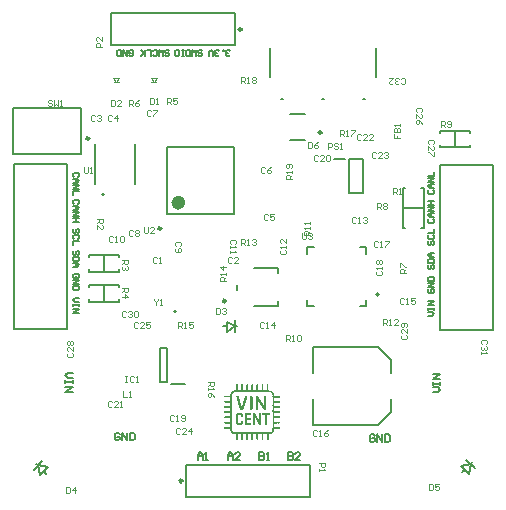
<source format=gbr>
G04*
G04 #@! TF.GenerationSoftware,Altium Limited,Altium Designer,24.8.2 (39)*
G04*
G04 Layer_Color=65535*
%FSLAX44Y44*%
%MOMM*%
G71*
G04*
G04 #@! TF.SameCoordinates,C7BC70F5-E38B-40BF-8CF6-97473964AE68*
G04*
G04*
G04 #@! TF.FilePolarity,Positive*
G04*
G01*
G75*
%ADD10C,0.2000*%
%ADD11C,0.2500*%
%ADD12C,0.6000*%
%ADD13C,0.1524*%
%ADD14C,0.1270*%
%ADD15C,0.1000*%
%ADD16C,0.1500*%
%ADD17C,0.0762*%
G36*
X224780Y103326D02*
X224988D01*
Y103257D01*
X225058D01*
Y103188D01*
X225197D01*
Y103118D01*
X225266D01*
Y103049D01*
X225336D01*
Y102840D01*
X225405D01*
Y102146D01*
X225475D01*
Y102076D01*
X225405D01*
Y99020D01*
X225475D01*
Y98951D01*
X225405D01*
Y98812D01*
X225475D01*
Y98743D01*
X225405D01*
Y98673D01*
X225475D01*
Y98326D01*
X225405D01*
Y98187D01*
X225475D01*
Y98048D01*
X226239D01*
Y97978D01*
X227141D01*
Y97909D01*
X227489D01*
Y97840D01*
X227697D01*
Y97770D01*
X227906D01*
Y97701D01*
X228044D01*
Y97631D01*
X228183D01*
Y97562D01*
X228322D01*
Y97492D01*
X228392D01*
Y97423D01*
X228531D01*
Y97353D01*
X228600D01*
Y97284D01*
X228739D01*
Y97214D01*
X228808D01*
Y97145D01*
X228878D01*
Y97076D01*
X229017D01*
Y97006D01*
X229086D01*
Y96937D01*
X229156D01*
Y96867D01*
X229225D01*
Y96798D01*
X229294D01*
Y96728D01*
X229364D01*
Y96659D01*
X229433D01*
Y96589D01*
X229503D01*
Y96451D01*
X229572D01*
Y96381D01*
X229642D01*
Y96312D01*
X229711D01*
Y96173D01*
X229781D01*
Y96103D01*
X229850D01*
Y95964D01*
X229920D01*
Y95826D01*
X229989D01*
Y95687D01*
X230058D01*
Y95478D01*
X230128D01*
Y95339D01*
X230197D01*
Y95131D01*
X230267D01*
Y94645D01*
X230336D01*
Y93672D01*
X230406D01*
Y93603D01*
X230475D01*
Y93533D01*
X235059D01*
Y93464D01*
X235198D01*
Y93395D01*
X235268D01*
Y93325D01*
X235337D01*
Y93256D01*
X235406D01*
Y93186D01*
X235476D01*
Y93047D01*
X235545D01*
Y92631D01*
X235476D01*
Y92422D01*
X235406D01*
Y92353D01*
X235337D01*
Y92283D01*
X235268D01*
Y92214D01*
X235198D01*
Y92144D01*
X235129D01*
Y92075D01*
X230475D01*
Y92006D01*
X230406D01*
Y91867D01*
X230336D01*
Y89505D01*
X230406D01*
Y89436D01*
X230475D01*
Y89366D01*
X234990D01*
Y89297D01*
X235129D01*
Y89227D01*
X235268D01*
Y89158D01*
X235337D01*
Y89088D01*
X235406D01*
Y89019D01*
X235476D01*
Y88880D01*
X235545D01*
Y88672D01*
X235615D01*
Y88324D01*
X235545D01*
Y88186D01*
X235476D01*
Y88047D01*
X235406D01*
Y87977D01*
X235268D01*
Y87908D01*
X235129D01*
Y87838D01*
X230614D01*
Y87769D01*
X230545D01*
Y87699D01*
X230475D01*
Y87630D01*
X230406D01*
Y87491D01*
X230336D01*
Y87005D01*
X230406D01*
Y86797D01*
X230336D01*
Y85130D01*
X230406D01*
Y84991D01*
X234920D01*
Y84921D01*
X235198D01*
Y84852D01*
X235268D01*
Y84782D01*
X235406D01*
Y84643D01*
X235476D01*
Y84574D01*
X235545D01*
Y84296D01*
X235615D01*
Y84157D01*
X235545D01*
Y83879D01*
X235476D01*
Y83810D01*
X235406D01*
Y83671D01*
X235268D01*
Y83602D01*
X235129D01*
Y83532D01*
X234365D01*
Y83463D01*
X232489D01*
Y83532D01*
X232351D01*
Y83463D01*
X230475D01*
Y83393D01*
X230406D01*
Y83254D01*
X230336D01*
Y80754D01*
X230406D01*
Y80615D01*
X230475D01*
Y80546D01*
X230614D01*
Y80476D01*
X234295D01*
Y80546D01*
X234365D01*
Y80476D01*
X235129D01*
Y80407D01*
X235268D01*
Y80337D01*
X235337D01*
Y80268D01*
X235406D01*
Y80198D01*
X235476D01*
Y80060D01*
X235545D01*
Y79434D01*
X235476D01*
Y79296D01*
X235406D01*
Y79226D01*
X235337D01*
Y79157D01*
X235268D01*
Y79087D01*
X235129D01*
Y79018D01*
X230545D01*
Y78948D01*
X230406D01*
Y78809D01*
X230336D01*
Y76726D01*
Y76656D01*
Y76518D01*
X230406D01*
Y76240D01*
X230475D01*
Y76170D01*
X230545D01*
Y76101D01*
X230684D01*
Y76031D01*
X234990D01*
Y75962D01*
X235129D01*
Y75892D01*
X235268D01*
Y75823D01*
X235337D01*
Y75753D01*
X235406D01*
Y75615D01*
X235476D01*
Y75476D01*
X235545D01*
Y74990D01*
X235476D01*
Y74851D01*
X235406D01*
Y74712D01*
X235337D01*
Y74642D01*
X235198D01*
Y74573D01*
X235059D01*
Y74503D01*
X231656D01*
Y74573D01*
X231309D01*
Y74503D01*
X230823D01*
Y74573D01*
X230753D01*
Y74503D01*
X230614D01*
Y74434D01*
X230545D01*
Y74365D01*
X230475D01*
Y74295D01*
X230406D01*
Y74156D01*
X230336D01*
Y72698D01*
X230406D01*
Y72628D01*
X230336D01*
Y72142D01*
X230406D01*
Y71725D01*
X230475D01*
Y71656D01*
X230545D01*
Y71586D01*
X234990D01*
Y71517D01*
X235198D01*
Y71447D01*
X235268D01*
Y71378D01*
X235337D01*
Y71308D01*
X235406D01*
Y71239D01*
X235476D01*
Y71031D01*
X235545D01*
Y70683D01*
X235476D01*
Y70475D01*
X235406D01*
Y70336D01*
X235337D01*
Y70267D01*
X235198D01*
Y70197D01*
X235129D01*
Y70128D01*
X234503D01*
Y70058D01*
X234365D01*
Y70128D01*
X234156D01*
Y70058D01*
X233809D01*
Y70128D01*
X233601D01*
Y70058D01*
X233462D01*
Y70128D01*
X233323D01*
Y70058D01*
X233184D01*
Y70128D01*
X233045D01*
Y70058D01*
X232698D01*
Y70128D01*
X232420D01*
Y70058D01*
X232351D01*
Y70128D01*
X232281D01*
Y70058D01*
X232212D01*
Y70128D01*
X231586D01*
Y70058D01*
X231309D01*
Y70128D01*
X231239D01*
Y70058D01*
X231031D01*
Y70128D01*
X230614D01*
Y70058D01*
X230475D01*
Y69989D01*
X230406D01*
Y69850D01*
X230336D01*
Y68600D01*
X230406D01*
Y68461D01*
X230336D01*
Y67211D01*
X230406D01*
Y67141D01*
X231517D01*
Y67072D01*
X231586D01*
Y67141D01*
X232212D01*
Y67072D01*
X232281D01*
Y67141D01*
X232698D01*
Y67072D01*
X232906D01*
Y67141D01*
X232976D01*
Y67072D01*
X233114D01*
Y67141D01*
X233253D01*
Y67072D01*
X233392D01*
Y67141D01*
X233531D01*
Y67072D01*
X233670D01*
Y67141D01*
X233948D01*
Y67072D01*
X234156D01*
Y67141D01*
X234712D01*
Y67072D01*
X234781D01*
Y67141D01*
X234920D01*
Y67072D01*
X235129D01*
Y67002D01*
X235268D01*
Y66933D01*
X235337D01*
Y66863D01*
X235406D01*
Y66794D01*
X235476D01*
Y66655D01*
X235545D01*
Y66100D01*
X235476D01*
Y65961D01*
X235406D01*
Y65891D01*
X235337D01*
Y65822D01*
X235268D01*
Y65752D01*
X235198D01*
Y65683D01*
X235059D01*
Y65613D01*
X230336D01*
Y64433D01*
X230267D01*
Y64085D01*
X230197D01*
Y63877D01*
X230128D01*
Y63669D01*
X230058D01*
Y63530D01*
X229989D01*
Y63321D01*
X229920D01*
Y63183D01*
X229850D01*
Y63113D01*
X229781D01*
Y62974D01*
X229711D01*
Y62905D01*
X229642D01*
Y62766D01*
X229572D01*
Y62696D01*
X229503D01*
Y62627D01*
X229433D01*
Y62557D01*
X229364D01*
Y62488D01*
X229294D01*
Y62418D01*
X229225D01*
Y62349D01*
X229156D01*
Y62280D01*
X229086D01*
Y62210D01*
X229017D01*
Y62141D01*
X228947D01*
Y62071D01*
X228878D01*
Y62002D01*
X228808D01*
Y61932D01*
X228739D01*
Y61863D01*
X228600D01*
Y61793D01*
X228531D01*
Y61724D01*
X228392D01*
Y61655D01*
X228253D01*
Y61585D01*
X228183D01*
Y61516D01*
X228044D01*
Y61446D01*
X227906D01*
Y61377D01*
X227767D01*
Y61307D01*
X227628D01*
Y61238D01*
X227350D01*
Y61168D01*
X226794D01*
Y61099D01*
X225475D01*
Y56515D01*
X225405D01*
Y56376D01*
X225336D01*
Y56237D01*
X225266D01*
Y56168D01*
X225197D01*
Y56098D01*
X225058D01*
Y56029D01*
X224849D01*
Y55959D01*
X224572D01*
Y56029D01*
X224363D01*
Y56098D01*
X224224D01*
Y56168D01*
X224155D01*
Y56237D01*
X224086D01*
Y56376D01*
X224016D01*
Y56515D01*
X223947D01*
Y57835D01*
X223877D01*
Y57904D01*
X223947D01*
Y59918D01*
X223877D01*
Y59988D01*
X223947D01*
Y60335D01*
X223877D01*
Y60474D01*
X223947D01*
Y60543D01*
X223877D01*
Y60821D01*
X223947D01*
Y61030D01*
X223877D01*
Y61099D01*
X221168D01*
Y56515D01*
X221099D01*
Y56307D01*
X221030D01*
Y56168D01*
X220960D01*
Y56098D01*
X220821D01*
Y56029D01*
X220682D01*
Y55959D01*
X220196D01*
Y56029D01*
X220057D01*
Y56098D01*
X219918D01*
Y56168D01*
X219849D01*
Y56307D01*
X219779D01*
Y56376D01*
X219710D01*
Y56585D01*
X219641D01*
Y61099D01*
X219016D01*
Y61168D01*
X218946D01*
Y61099D01*
X218251D01*
Y61168D01*
X218182D01*
Y61099D01*
X217974D01*
Y61168D01*
X217835D01*
Y61099D01*
X217765D01*
Y61168D01*
X217210D01*
Y61099D01*
X217071D01*
Y61030D01*
X217001D01*
Y60960D01*
X216932D01*
Y60891D01*
X216862D01*
Y60613D01*
X216793D01*
Y60404D01*
X216862D01*
Y60196D01*
X216793D01*
Y60127D01*
X216862D01*
Y59918D01*
X216793D01*
Y59849D01*
X216862D01*
Y59224D01*
X216793D01*
Y59154D01*
X216862D01*
Y58946D01*
X216793D01*
Y58876D01*
X216862D01*
Y58807D01*
X216793D01*
Y58668D01*
X216862D01*
Y58599D01*
X216793D01*
Y58529D01*
X216862D01*
Y58390D01*
X216793D01*
Y58321D01*
X216862D01*
Y57973D01*
X216793D01*
Y57835D01*
X216862D01*
Y57765D01*
X216793D01*
Y57418D01*
X216862D01*
Y57348D01*
X216793D01*
Y57210D01*
X216862D01*
Y57140D01*
X216793D01*
Y57001D01*
X216862D01*
Y56932D01*
X216793D01*
Y56446D01*
X216723D01*
Y56307D01*
X216654D01*
Y56237D01*
X216585D01*
Y56168D01*
X216515D01*
Y56098D01*
X216446D01*
Y56029D01*
X216237D01*
Y55959D01*
X215821D01*
Y56029D01*
X215682D01*
Y56098D01*
X215543D01*
Y56168D01*
X215473D01*
Y56237D01*
X215404D01*
Y56376D01*
X215334D01*
Y56654D01*
X215265D01*
Y61099D01*
X215126D01*
Y61168D01*
X214362D01*
Y61099D01*
X214293D01*
Y61168D01*
X213806D01*
Y61099D01*
X213737D01*
Y61168D01*
X213459D01*
Y61099D01*
X213390D01*
Y61168D01*
X213181D01*
Y61099D01*
X212765D01*
Y61030D01*
X212695D01*
Y60960D01*
X212626D01*
Y60891D01*
X212556D01*
Y56585D01*
X212487D01*
Y56376D01*
X212417D01*
Y56307D01*
X212348D01*
Y56168D01*
X212278D01*
Y56098D01*
X212209D01*
Y56029D01*
X212070D01*
Y55959D01*
X211514D01*
Y56029D01*
X211376D01*
Y56098D01*
X211306D01*
Y56168D01*
X211237D01*
Y56237D01*
X211167D01*
Y56307D01*
X211098D01*
Y56446D01*
X211028D01*
Y56793D01*
X210959D01*
Y56932D01*
X211028D01*
Y57071D01*
X210959D01*
Y57140D01*
X211028D01*
Y57279D01*
X210959D01*
Y57348D01*
X211028D01*
Y57418D01*
X210959D01*
Y57487D01*
X211028D01*
Y57765D01*
X210959D01*
Y57904D01*
X211028D01*
Y58112D01*
X210959D01*
Y58182D01*
X211028D01*
Y58529D01*
X210959D01*
Y58738D01*
X211028D01*
Y58807D01*
X210959D01*
Y59293D01*
X211028D01*
Y59363D01*
X210959D01*
Y59432D01*
X211028D01*
Y59710D01*
X210959D01*
Y59779D01*
X211028D01*
Y59988D01*
X210959D01*
Y60960D01*
X210889D01*
Y61030D01*
X210751D01*
Y61099D01*
X208250D01*
Y61030D01*
X208181D01*
Y58738D01*
X208250D01*
Y58668D01*
X208181D01*
Y56446D01*
X208111D01*
Y56307D01*
X208042D01*
Y56168D01*
X207972D01*
Y56098D01*
X207903D01*
Y56029D01*
X207764D01*
Y55959D01*
X207139D01*
Y56029D01*
X207000D01*
Y56098D01*
X206931D01*
Y56168D01*
X206861D01*
Y56237D01*
X206792D01*
Y56376D01*
X206722D01*
Y56585D01*
X206653D01*
Y58599D01*
X206722D01*
Y58668D01*
X206653D01*
Y58807D01*
X206722D01*
Y58876D01*
X206653D01*
Y59502D01*
X206722D01*
Y59640D01*
X206653D01*
Y60404D01*
X206722D01*
Y60474D01*
X206653D01*
Y60960D01*
X206583D01*
Y61030D01*
X206444D01*
Y61099D01*
X203875D01*
Y56862D01*
X203944D01*
Y56723D01*
X203875D01*
Y56446D01*
X203805D01*
Y56307D01*
X203736D01*
Y56168D01*
X203666D01*
Y56098D01*
X203597D01*
Y56029D01*
X203458D01*
Y55959D01*
X202833D01*
Y56029D01*
X202694D01*
Y56098D01*
X202624D01*
Y56168D01*
X202555D01*
Y56237D01*
X202486D01*
Y56307D01*
X202416D01*
Y56515D01*
X202347D01*
Y57210D01*
X202277D01*
Y57279D01*
X202347D01*
Y57418D01*
X202277D01*
Y57487D01*
X202347D01*
Y57696D01*
X202277D01*
Y58043D01*
X202347D01*
Y58112D01*
X202277D01*
Y59293D01*
X202347D01*
Y59363D01*
X202277D01*
Y59640D01*
X202347D01*
Y59779D01*
X202277D01*
Y61030D01*
X202208D01*
Y61099D01*
X199499D01*
Y60543D01*
X199430D01*
Y60474D01*
X199499D01*
Y60265D01*
X199430D01*
Y60057D01*
X199499D01*
Y59918D01*
X199430D01*
Y59779D01*
X199499D01*
Y59432D01*
X199430D01*
Y59293D01*
X199499D01*
Y59154D01*
X199430D01*
Y59015D01*
X199499D01*
Y58112D01*
X199430D01*
Y57973D01*
X199499D01*
Y57487D01*
X199430D01*
Y57418D01*
X199499D01*
Y57279D01*
X199430D01*
Y57001D01*
X199499D01*
Y56932D01*
X199430D01*
Y56446D01*
X199360D01*
Y56307D01*
X199291D01*
Y56168D01*
X199221D01*
Y56098D01*
X199082D01*
Y56029D01*
X198944D01*
Y55959D01*
X198388D01*
Y56029D01*
X198249D01*
Y56098D01*
X198179D01*
Y56168D01*
X198110D01*
Y56237D01*
X198041D01*
Y56376D01*
X197971D01*
Y56585D01*
X197902D01*
Y57210D01*
X197971D01*
Y57835D01*
X197902D01*
Y57904D01*
X197971D01*
Y58043D01*
X197902D01*
Y58529D01*
X197971D01*
Y58599D01*
X197902D01*
Y60752D01*
X197971D01*
Y60821D01*
X197902D01*
Y60960D01*
X197971D01*
Y61030D01*
X197902D01*
Y61099D01*
X196165D01*
Y61168D01*
X195888D01*
Y61238D01*
X195679D01*
Y61307D01*
X195471D01*
Y61377D01*
X195332D01*
Y61446D01*
X195124D01*
Y61516D01*
X195054D01*
Y61585D01*
X194915D01*
Y61655D01*
X194776D01*
Y61724D01*
X194707D01*
Y61793D01*
X194637D01*
Y61863D01*
X194568D01*
Y61932D01*
X194429D01*
Y62002D01*
X194360D01*
Y62071D01*
X194290D01*
Y62141D01*
X194221D01*
Y62210D01*
X194151D01*
Y62280D01*
X194082D01*
Y62349D01*
X194012D01*
Y62418D01*
X193943D01*
Y62557D01*
X193874D01*
Y62627D01*
X193804D01*
Y62696D01*
X193734D01*
Y62835D01*
X193665D01*
Y62905D01*
X193596D01*
Y63044D01*
X193526D01*
Y63183D01*
X193457D01*
Y63321D01*
X193387D01*
Y63460D01*
X193318D01*
Y63738D01*
X193248D01*
Y63946D01*
X193179D01*
Y64155D01*
X193109D01*
Y64780D01*
X193040D01*
Y65405D01*
X193109D01*
Y65475D01*
X193040D01*
Y65613D01*
X188456D01*
Y65683D01*
X188248D01*
Y65752D01*
X188109D01*
Y65822D01*
X188039D01*
Y65891D01*
X187970D01*
Y65961D01*
X187901D01*
Y66100D01*
X187831D01*
Y66725D01*
X187901D01*
Y66794D01*
X187970D01*
Y66933D01*
X188109D01*
Y67002D01*
X188178D01*
Y67072D01*
X188387D01*
Y67141D01*
X189220D01*
Y67072D01*
X189359D01*
Y67141D01*
X189637D01*
Y67072D01*
X189706D01*
Y67141D01*
X190401D01*
Y67072D01*
X190470D01*
Y67141D01*
X190679D01*
Y67072D01*
X190748D01*
Y67141D01*
X190818D01*
Y67072D01*
X191026D01*
Y67141D01*
X191581D01*
Y67072D01*
X191651D01*
Y67141D01*
X192137D01*
Y67072D01*
X192207D01*
Y67141D01*
X192623D01*
Y67072D01*
X192693D01*
Y67141D01*
X193040D01*
Y67211D01*
X193109D01*
Y69781D01*
X193040D01*
Y69850D01*
X192971D01*
Y69920D01*
X192901D01*
Y69989D01*
X192762D01*
Y70058D01*
X188387D01*
Y70128D01*
X188248D01*
Y70197D01*
X188109D01*
Y70267D01*
X188039D01*
Y70336D01*
X187970D01*
Y70475D01*
X187901D01*
Y70614D01*
X187831D01*
Y71031D01*
X187901D01*
Y71170D01*
X187970D01*
Y71308D01*
X188039D01*
Y71378D01*
X188178D01*
Y71447D01*
X188248D01*
Y71517D01*
X188387D01*
Y71586D01*
X193040D01*
Y71656D01*
X193109D01*
Y74156D01*
X193040D01*
Y74365D01*
X192971D01*
Y74434D01*
X192901D01*
Y74503D01*
X192832D01*
Y74573D01*
X188317D01*
Y74642D01*
X188178D01*
Y74712D01*
X188109D01*
Y74781D01*
X188039D01*
Y74851D01*
X187970D01*
Y74990D01*
X187901D01*
Y75615D01*
X187970D01*
Y75684D01*
X188039D01*
Y75753D01*
X188109D01*
Y75823D01*
X188178D01*
Y75892D01*
X188248D01*
Y75962D01*
X188387D01*
Y76031D01*
X192971D01*
Y76101D01*
X193109D01*
Y78740D01*
X193040D01*
Y78809D01*
X192971D01*
Y78879D01*
X192901D01*
Y78948D01*
X192832D01*
Y79018D01*
X188456D01*
Y79087D01*
X188248D01*
Y79157D01*
X188109D01*
Y79226D01*
X188039D01*
Y79296D01*
X187970D01*
Y79365D01*
X187901D01*
Y79573D01*
X187831D01*
Y79921D01*
X187901D01*
Y80060D01*
X187970D01*
Y80198D01*
X188039D01*
Y80268D01*
X188109D01*
Y80337D01*
X188178D01*
Y80407D01*
X188317D01*
Y80476D01*
X192971D01*
Y80546D01*
X193040D01*
Y80685D01*
X193109D01*
Y82004D01*
X193040D01*
Y82074D01*
X193109D01*
Y83046D01*
X193040D01*
Y83116D01*
X192971D01*
Y83254D01*
X192901D01*
Y83324D01*
X192832D01*
Y83393D01*
X192693D01*
Y83463D01*
X188317D01*
Y83532D01*
X188178D01*
Y83602D01*
X188109D01*
Y83671D01*
X188039D01*
Y83810D01*
X187970D01*
Y83879D01*
X187901D01*
Y84505D01*
X187970D01*
Y84643D01*
X188039D01*
Y84713D01*
X188178D01*
Y84782D01*
X188248D01*
Y84852D01*
X188387D01*
Y84921D01*
X188734D01*
Y84991D01*
X188803D01*
Y84921D01*
X189151D01*
Y84991D01*
X189359D01*
Y84921D01*
X189845D01*
Y84991D01*
X190401D01*
Y84921D01*
X191651D01*
Y84991D01*
X191790D01*
Y84921D01*
X191859D01*
Y84991D01*
X192068D01*
Y84921D01*
X192137D01*
Y84991D01*
X192276D01*
Y84921D01*
X192693D01*
Y84991D01*
X192762D01*
Y84921D01*
X192832D01*
Y84991D01*
X192971D01*
Y85060D01*
X193040D01*
Y85130D01*
X193109D01*
Y87283D01*
X193040D01*
Y87699D01*
X192971D01*
Y87769D01*
X192901D01*
Y87838D01*
X191859D01*
Y87908D01*
X191720D01*
Y87838D01*
X191304D01*
Y87908D01*
X191234D01*
Y87838D01*
X190262D01*
Y87908D01*
X190123D01*
Y87838D01*
X189637D01*
Y87908D01*
X189498D01*
Y87838D01*
X189151D01*
Y87908D01*
X189081D01*
Y87838D01*
X188873D01*
Y87908D01*
X188248D01*
Y87977D01*
X188178D01*
Y88047D01*
X188039D01*
Y88116D01*
X187970D01*
Y88186D01*
X187901D01*
Y88324D01*
X187831D01*
Y88950D01*
X187901D01*
Y89019D01*
X187970D01*
Y89158D01*
X188109D01*
Y89227D01*
X188178D01*
Y89297D01*
X188317D01*
Y89366D01*
X193040D01*
Y89436D01*
X193109D01*
Y89783D01*
X193040D01*
Y89853D01*
X193109D01*
Y92075D01*
X192971D01*
Y92144D01*
X188317D01*
Y92214D01*
X188178D01*
Y92283D01*
X188109D01*
Y92353D01*
X188039D01*
Y92492D01*
X187970D01*
Y92631D01*
X187901D01*
Y93186D01*
X187970D01*
Y93325D01*
X188039D01*
Y93395D01*
X188178D01*
Y93464D01*
X188248D01*
Y93533D01*
X188387D01*
Y93603D01*
X193040D01*
Y93672D01*
X193109D01*
Y94575D01*
X193179D01*
Y95062D01*
X193248D01*
Y95339D01*
X193318D01*
Y95617D01*
X193387D01*
Y95756D01*
X193457D01*
Y95895D01*
X193526D01*
Y96034D01*
X193596D01*
Y96173D01*
X193665D01*
Y96242D01*
X193734D01*
Y96381D01*
X193804D01*
Y96520D01*
X193874D01*
Y96589D01*
X193943D01*
Y96659D01*
X194012D01*
Y96728D01*
X194082D01*
Y96798D01*
X194151D01*
Y96867D01*
X194221D01*
Y96937D01*
X194290D01*
Y97006D01*
X194360D01*
Y97076D01*
X194429D01*
Y97145D01*
X194499D01*
Y97214D01*
X194568D01*
Y97284D01*
X194637D01*
Y97353D01*
X194776D01*
Y97423D01*
X194915D01*
Y97492D01*
X194985D01*
Y97562D01*
X195124D01*
Y97631D01*
X195263D01*
Y97701D01*
X195401D01*
Y97770D01*
X195540D01*
Y97840D01*
X195818D01*
Y97909D01*
X196096D01*
Y97978D01*
X196443D01*
Y98048D01*
X197902D01*
Y98117D01*
X197971D01*
Y98534D01*
X197902D01*
Y98604D01*
X197971D01*
Y98881D01*
X197902D01*
Y99159D01*
X197971D01*
Y99507D01*
X197902D01*
Y99576D01*
X197971D01*
Y99715D01*
X197902D01*
Y100271D01*
X197971D01*
Y100757D01*
X197902D01*
Y100826D01*
X197971D01*
Y100896D01*
X197902D01*
Y101104D01*
X197971D01*
Y101312D01*
X197902D01*
Y101451D01*
X197971D01*
Y101521D01*
X197902D01*
Y101590D01*
X197971D01*
Y102840D01*
X198041D01*
Y102979D01*
X198110D01*
Y103049D01*
X198179D01*
Y103118D01*
X198249D01*
Y103188D01*
X198319D01*
Y103257D01*
X198457D01*
Y103326D01*
X198944D01*
Y103257D01*
X199152D01*
Y103188D01*
X199221D01*
Y103118D01*
X199291D01*
Y103049D01*
X199360D01*
Y102910D01*
X199430D01*
Y102701D01*
X199499D01*
Y98048D01*
X202347D01*
Y98117D01*
X202416D01*
Y98187D01*
X202347D01*
Y98673D01*
X202416D01*
Y98881D01*
X202347D01*
Y99020D01*
X202416D01*
Y102979D01*
X202486D01*
Y103049D01*
X202555D01*
Y103118D01*
X202624D01*
Y103188D01*
X202694D01*
Y103257D01*
X202764D01*
Y103326D01*
X202972D01*
Y103396D01*
X203180D01*
Y103326D01*
X203458D01*
Y103257D01*
X203527D01*
Y103188D01*
X203666D01*
Y103118D01*
X203736D01*
Y102979D01*
X203805D01*
Y102771D01*
X203875D01*
Y102562D01*
X203944D01*
Y99784D01*
X203875D01*
Y99645D01*
X203944D01*
Y99298D01*
X203875D01*
Y98881D01*
X203944D01*
Y98812D01*
X203875D01*
Y98673D01*
X203944D01*
Y98326D01*
X203875D01*
Y98256D01*
X203944D01*
Y98048D01*
X206722D01*
Y102840D01*
X206792D01*
Y102979D01*
X206861D01*
Y103049D01*
X206931D01*
Y103188D01*
X207069D01*
Y103257D01*
X207208D01*
Y103326D01*
X207764D01*
Y103257D01*
X207903D01*
Y103188D01*
X207972D01*
Y103118D01*
X208111D01*
Y102979D01*
X208181D01*
Y102840D01*
X208250D01*
Y100132D01*
X208320D01*
Y100062D01*
X208250D01*
Y99784D01*
X208320D01*
Y99645D01*
X208250D01*
Y99437D01*
X208320D01*
Y99298D01*
X208250D01*
Y99159D01*
X208320D01*
Y98048D01*
X210889D01*
Y98117D01*
X210959D01*
Y98326D01*
X211028D01*
Y98465D01*
X210959D01*
Y101659D01*
X211028D01*
Y101798D01*
X210959D01*
Y102146D01*
X211028D01*
Y102285D01*
X210959D01*
Y102423D01*
X211028D01*
Y102979D01*
X211098D01*
Y103049D01*
X211167D01*
Y103188D01*
X211237D01*
Y103257D01*
X211376D01*
Y103326D01*
X211584D01*
Y103396D01*
X211931D01*
Y103326D01*
X212070D01*
Y103257D01*
X212209D01*
Y103188D01*
X212278D01*
Y103118D01*
X212348D01*
Y103049D01*
X212417D01*
Y102910D01*
X212487D01*
Y101521D01*
X212556D01*
Y101451D01*
X212487D01*
Y100896D01*
X212556D01*
Y100826D01*
X212487D01*
Y100757D01*
X212556D01*
Y98048D01*
X214501D01*
Y98117D01*
X214571D01*
Y98048D01*
X214709D01*
Y98117D01*
X215265D01*
Y102840D01*
X215334D01*
Y102979D01*
X215404D01*
Y103118D01*
X215473D01*
Y103188D01*
X215612D01*
Y103257D01*
X215682D01*
Y103326D01*
X215890D01*
Y103396D01*
X216098D01*
Y103326D01*
X216307D01*
Y103257D01*
X216376D01*
Y103326D01*
X216446D01*
Y103188D01*
X216585D01*
Y103049D01*
X216654D01*
Y102979D01*
X216723D01*
Y102840D01*
X216793D01*
Y99784D01*
X216862D01*
Y99229D01*
X216793D01*
Y99090D01*
X216862D01*
Y98048D01*
X219571D01*
Y98604D01*
X219641D01*
Y98673D01*
X219571D01*
Y99020D01*
X219641D01*
Y99159D01*
X219571D01*
Y99229D01*
X219641D01*
Y99298D01*
X219571D01*
Y99576D01*
X219641D01*
Y99645D01*
X219571D01*
Y99784D01*
X219641D01*
Y99854D01*
X219571D01*
Y100340D01*
X219641D01*
Y100757D01*
X219571D01*
Y100826D01*
X219641D01*
Y101243D01*
X219571D01*
Y101382D01*
X219641D01*
Y101451D01*
X219571D01*
Y101521D01*
X219641D01*
Y101590D01*
X219571D01*
Y101729D01*
X219641D01*
Y102007D01*
X219571D01*
Y102423D01*
X219641D01*
Y102910D01*
X219710D01*
Y103049D01*
X219779D01*
Y103118D01*
X219849D01*
Y103257D01*
X219988D01*
Y103326D01*
X220127D01*
Y103396D01*
X220474D01*
Y103326D01*
X220682D01*
Y103257D01*
X220821D01*
Y103188D01*
X220891D01*
Y103049D01*
X220960D01*
Y102979D01*
X221030D01*
Y102840D01*
X221099D01*
Y102423D01*
X221168D01*
Y101521D01*
X221099D01*
Y101382D01*
X221168D01*
Y101104D01*
X221099D01*
Y100826D01*
X221168D01*
Y100618D01*
X221099D01*
Y100548D01*
X221168D01*
Y99993D01*
X221099D01*
Y99923D01*
X221168D01*
Y99715D01*
X221099D01*
Y99645D01*
X221168D01*
Y99090D01*
X221099D01*
Y98951D01*
X221168D01*
Y98812D01*
X221099D01*
Y98743D01*
X221168D01*
Y98604D01*
X221099D01*
Y98117D01*
X221168D01*
Y98048D01*
X222488D01*
Y97978D01*
X222558D01*
Y98048D01*
X223877D01*
Y102771D01*
X223947D01*
Y102979D01*
X224016D01*
Y103049D01*
X224086D01*
Y103188D01*
X224224D01*
Y103257D01*
X224294D01*
Y103326D01*
X224433D01*
Y103396D01*
X224780D01*
Y103326D01*
D02*
G37*
%LPC*%
G36*
X226308Y96589D02*
X225544D01*
Y96520D01*
X225475D01*
Y96589D01*
X224641D01*
Y96520D01*
X224502D01*
Y96589D01*
X224086D01*
Y96520D01*
X223947D01*
Y96589D01*
X223877D01*
Y96520D01*
X223461D01*
Y96589D01*
X222974D01*
Y96520D01*
X222835D01*
Y96589D01*
X222488D01*
Y96520D01*
X222419D01*
Y96589D01*
X222349D01*
Y96520D01*
X222141D01*
Y96589D01*
X221863D01*
Y96520D01*
X221724D01*
Y96589D01*
X221446D01*
Y96520D01*
X221307D01*
Y96589D01*
X221030D01*
Y96520D01*
X220821D01*
Y96589D01*
X220682D01*
Y96520D01*
X220404D01*
Y96589D01*
X220335D01*
Y96520D01*
X220266D01*
Y96589D01*
X220127D01*
Y96520D01*
X220057D01*
Y96589D01*
X219849D01*
Y96520D01*
X219779D01*
Y96589D01*
X219293D01*
Y96520D01*
X219224D01*
Y96589D01*
X218529D01*
Y96520D01*
X218460D01*
Y96589D01*
X218043D01*
Y96520D01*
X217974D01*
Y96589D01*
X217488D01*
Y96520D01*
X217210D01*
Y96589D01*
X216932D01*
Y96520D01*
X216862D01*
Y96589D01*
X216376D01*
Y96520D01*
X216168D01*
Y96589D01*
X216029D01*
Y96520D01*
X215959D01*
Y96589D01*
X215682D01*
Y96520D01*
X215612D01*
Y96589D01*
X215473D01*
Y96520D01*
X215404D01*
Y96589D01*
X215057D01*
Y96520D01*
X214987D01*
Y96589D01*
X214293D01*
Y96520D01*
X214223D01*
Y96589D01*
X213598D01*
Y96520D01*
X213459D01*
Y96589D01*
X212904D01*
Y96520D01*
X212834D01*
Y96589D01*
X212487D01*
Y96520D01*
X212417D01*
Y96589D01*
X212209D01*
Y96520D01*
X212140D01*
Y96589D01*
X211167D01*
Y96520D01*
X211098D01*
Y96589D01*
X210820D01*
Y96520D01*
X210681D01*
Y96589D01*
X210612D01*
Y96520D01*
X210473D01*
Y96589D01*
X210334D01*
Y96520D01*
X210195D01*
Y96589D01*
X208736D01*
Y96520D01*
X208598D01*
Y96589D01*
X208459D01*
Y96520D01*
X208389D01*
Y96589D01*
X207972D01*
Y96520D01*
X207764D01*
Y96589D01*
X207556D01*
Y96520D01*
X207417D01*
Y96589D01*
X207347D01*
Y96520D01*
X207069D01*
Y96589D01*
X206861D01*
Y96520D01*
X206792D01*
Y96589D01*
X206306D01*
Y96520D01*
X206236D01*
Y96589D01*
X205333D01*
Y96520D01*
X205264D01*
Y96589D01*
X205055D01*
Y96520D01*
X204986D01*
Y96589D01*
X204916D01*
Y96520D01*
X204847D01*
Y96589D01*
X204500D01*
Y96520D01*
X204430D01*
Y96589D01*
X204014D01*
Y96520D01*
X203805D01*
Y96589D01*
X203736D01*
Y96520D01*
X203666D01*
Y96589D01*
X203597D01*
Y96520D01*
X203527D01*
Y96589D01*
X203389D01*
Y96520D01*
X203319D01*
Y96589D01*
X203180D01*
Y96520D01*
X203041D01*
Y96589D01*
X202972D01*
Y96520D01*
X202833D01*
Y96589D01*
X202694D01*
Y96520D01*
X201999D01*
Y96589D01*
X201930D01*
Y96520D01*
X201583D01*
Y96589D01*
X201444D01*
Y96520D01*
X201374D01*
Y96589D01*
X201305D01*
Y96520D01*
X196652D01*
Y96451D01*
X196235D01*
Y96381D01*
X196026D01*
Y96312D01*
X195888D01*
Y96242D01*
X195749D01*
Y96173D01*
X195610D01*
Y96103D01*
X195540D01*
Y96034D01*
X195401D01*
Y95964D01*
X195332D01*
Y95895D01*
X195263D01*
Y95826D01*
X195193D01*
Y95756D01*
X195124D01*
Y95687D01*
X195054D01*
Y95548D01*
X194985D01*
Y95409D01*
X194915D01*
Y95270D01*
X194846D01*
Y95131D01*
X194776D01*
Y94992D01*
X194707D01*
Y94645D01*
X194637D01*
Y94089D01*
X194568D01*
Y94020D01*
X194637D01*
Y93881D01*
X194568D01*
Y92214D01*
X194637D01*
Y92144D01*
X194568D01*
Y64849D01*
X194637D01*
Y64433D01*
X194707D01*
Y64224D01*
X194776D01*
Y64016D01*
X194846D01*
Y63946D01*
X194915D01*
Y63808D01*
X194985D01*
Y63738D01*
X195054D01*
Y63599D01*
X195124D01*
Y63530D01*
X195193D01*
Y63460D01*
X195263D01*
Y63391D01*
X195332D01*
Y63321D01*
X195401D01*
Y63183D01*
X195471D01*
Y63113D01*
X195610D01*
Y63044D01*
X195679D01*
Y62974D01*
X195818D01*
Y62905D01*
X195888D01*
Y62835D01*
X196096D01*
Y62766D01*
X196235D01*
Y62696D01*
X196513D01*
Y62627D01*
X196791D01*
Y62557D01*
X196860D01*
Y62627D01*
X196929D01*
Y62557D01*
X226586D01*
Y62627D01*
X227072D01*
Y62696D01*
X227211D01*
Y62766D01*
X227350D01*
Y62835D01*
X227489D01*
Y62905D01*
X227628D01*
Y62974D01*
X227697D01*
Y63044D01*
X227836D01*
Y63113D01*
X227906D01*
Y63252D01*
X228044D01*
Y63321D01*
X228114D01*
Y63391D01*
X228183D01*
Y63460D01*
X228253D01*
Y63530D01*
X228322D01*
Y63599D01*
X228392D01*
Y63738D01*
X228461D01*
Y63877D01*
X228531D01*
Y64016D01*
X228600D01*
Y64155D01*
X228669D01*
Y64433D01*
X228739D01*
Y64641D01*
X228808D01*
Y65058D01*
X228878D01*
Y65127D01*
X228808D01*
Y65474D01*
X228878D01*
Y65544D01*
X228808D01*
Y65683D01*
X228878D01*
Y65752D01*
X228808D01*
Y65891D01*
X228878D01*
Y66030D01*
X228808D01*
Y66100D01*
X228878D01*
Y66447D01*
X228808D01*
Y66586D01*
X228878D01*
Y73878D01*
X228808D01*
Y73948D01*
X228878D01*
Y74156D01*
X228808D01*
Y74295D01*
X228878D01*
Y74920D01*
X228808D01*
Y74990D01*
X228878D01*
Y75406D01*
X228808D01*
Y75476D01*
X228878D01*
Y77837D01*
X228808D01*
Y77907D01*
X228878D01*
Y78393D01*
X228808D01*
Y78462D01*
X228878D01*
Y78948D01*
X228808D01*
Y79018D01*
X228878D01*
Y79643D01*
X228808D01*
Y79712D01*
X228878D01*
Y80129D01*
X228808D01*
Y80268D01*
X228878D01*
Y81032D01*
X228808D01*
Y81171D01*
X228878D01*
Y82004D01*
X228808D01*
Y82074D01*
X228878D01*
Y82213D01*
X228808D01*
Y82282D01*
X228878D01*
Y82838D01*
X228808D01*
Y82907D01*
X228878D01*
Y84991D01*
X228808D01*
Y85060D01*
X228878D01*
Y85199D01*
X228808D01*
Y85407D01*
X228878D01*
Y85477D01*
X228808D01*
Y85685D01*
X228878D01*
Y87074D01*
X228808D01*
Y87144D01*
X228878D01*
Y91797D01*
X228808D01*
Y91936D01*
X228878D01*
Y92144D01*
X228808D01*
Y92492D01*
X228878D01*
Y92561D01*
X228808D01*
Y93742D01*
X228878D01*
Y93811D01*
X228808D01*
Y94367D01*
X228739D01*
Y94784D01*
X228669D01*
Y94992D01*
X228600D01*
Y95131D01*
X228531D01*
Y95339D01*
X228461D01*
Y95409D01*
X228392D01*
Y95548D01*
X228322D01*
Y95617D01*
X228253D01*
Y95756D01*
X228183D01*
Y95826D01*
X228114D01*
Y95895D01*
X228044D01*
Y95964D01*
X227975D01*
Y96034D01*
X227836D01*
Y96103D01*
X227767D01*
Y96173D01*
X227628D01*
Y96242D01*
X227489D01*
Y96312D01*
X227350D01*
Y96381D01*
X227211D01*
Y96451D01*
X226933D01*
Y96520D01*
X226308D01*
Y96589D01*
D02*
G37*
%LPD*%
G36*
X207556Y92978D02*
X207625D01*
Y92839D01*
X207695D01*
Y92631D01*
X207625D01*
Y92422D01*
X207556D01*
Y92144D01*
X207486D01*
Y91936D01*
X207417D01*
Y91728D01*
X207347D01*
Y91450D01*
X207278D01*
Y91242D01*
X207208D01*
Y91033D01*
X207139D01*
Y90755D01*
X207069D01*
Y90547D01*
X207000D01*
Y90339D01*
X206931D01*
Y90130D01*
X206861D01*
Y89853D01*
X206792D01*
Y89644D01*
X206722D01*
Y89436D01*
X206653D01*
Y89227D01*
X206583D01*
Y89019D01*
X206514D01*
Y88811D01*
X206444D01*
Y88533D01*
X206375D01*
Y88324D01*
X206306D01*
Y88116D01*
X206236D01*
Y87908D01*
X206167D01*
Y87699D01*
X206097D01*
Y87491D01*
X206028D01*
Y87283D01*
X205958D01*
Y87074D01*
X205889D01*
Y86797D01*
X205819D01*
Y86588D01*
X205750D01*
Y86380D01*
X205681D01*
Y86172D01*
X205611D01*
Y85963D01*
X205542D01*
Y85755D01*
X205472D01*
Y85546D01*
X205403D01*
Y85338D01*
X205333D01*
Y85130D01*
X205264D01*
Y84921D01*
X205194D01*
Y84713D01*
X205125D01*
Y84505D01*
X205055D01*
Y84296D01*
X204986D01*
Y84088D01*
X204916D01*
Y83879D01*
X204847D01*
Y83602D01*
X204778D01*
Y83463D01*
X204708D01*
Y83254D01*
X204639D01*
Y83046D01*
X204569D01*
Y82768D01*
X204500D01*
Y82560D01*
X204430D01*
Y82352D01*
X204361D01*
Y82213D01*
X204291D01*
Y82004D01*
X204222D01*
Y81935D01*
X204153D01*
Y81865D01*
X204083D01*
Y81796D01*
X204014D01*
Y81727D01*
X201513D01*
Y81796D01*
X201374D01*
Y81865D01*
X201305D01*
Y81935D01*
X201236D01*
Y82143D01*
X201166D01*
Y82352D01*
X201097D01*
Y82560D01*
X201027D01*
Y82838D01*
X200958D01*
Y83116D01*
X200888D01*
Y83324D01*
X200819D01*
Y83532D01*
X200749D01*
Y83810D01*
X200680D01*
Y84018D01*
X200610D01*
Y84227D01*
X200541D01*
Y84435D01*
X200471D01*
Y84713D01*
X200402D01*
Y84921D01*
X200333D01*
Y85199D01*
X200263D01*
Y85407D01*
X200194D01*
Y85616D01*
X200124D01*
Y85894D01*
X200055D01*
Y86102D01*
X199985D01*
Y86380D01*
X199916D01*
Y86588D01*
X199846D01*
Y86866D01*
X199777D01*
Y87144D01*
X199708D01*
Y87352D01*
X199638D01*
Y87561D01*
X199569D01*
Y87838D01*
X199499D01*
Y88047D01*
X199430D01*
Y88324D01*
X199360D01*
Y88533D01*
X199291D01*
Y88811D01*
X199221D01*
Y89019D01*
X199152D01*
Y89297D01*
X199082D01*
Y89505D01*
X199013D01*
Y89783D01*
X198944D01*
Y89991D01*
X198874D01*
Y90269D01*
X198805D01*
Y90478D01*
X198735D01*
Y90686D01*
Y90755D01*
X198666D01*
Y91103D01*
X198596D01*
Y91381D01*
X198527D01*
Y91658D01*
X198457D01*
Y91936D01*
X198388D01*
Y92144D01*
X198319D01*
Y92422D01*
X198249D01*
Y92908D01*
X198319D01*
Y92978D01*
X198457D01*
Y93047D01*
X200124D01*
Y92978D01*
X200194D01*
Y92908D01*
X200263D01*
Y92839D01*
X200333D01*
Y92769D01*
X200402D01*
Y92561D01*
X200471D01*
Y92353D01*
X200541D01*
Y92075D01*
X200610D01*
Y91867D01*
X200680D01*
Y91589D01*
X200749D01*
Y91311D01*
X200819D01*
Y91033D01*
X200888D01*
Y90825D01*
X200958D01*
Y90547D01*
X201027D01*
Y90339D01*
X201097D01*
Y90061D01*
X201166D01*
Y89853D01*
X201236D01*
Y89575D01*
X201305D01*
Y89297D01*
X201374D01*
Y89019D01*
X201444D01*
Y88811D01*
X201513D01*
Y88533D01*
X201583D01*
Y88255D01*
X201652D01*
Y87977D01*
X201722D01*
Y87699D01*
X201791D01*
Y87422D01*
X201861D01*
Y87213D01*
X201930D01*
Y86936D01*
X201999D01*
Y86727D01*
X202069D01*
Y86449D01*
X202138D01*
Y86172D01*
X202208D01*
Y85963D01*
X202277D01*
Y85685D01*
X202347D01*
Y85477D01*
X202416D01*
Y85199D01*
X202486D01*
Y84991D01*
X202555D01*
Y84713D01*
X202624D01*
Y84505D01*
X202694D01*
Y84227D01*
X202764D01*
Y84088D01*
X202833D01*
Y84227D01*
X202902D01*
Y84505D01*
X202972D01*
Y84713D01*
X203041D01*
Y84921D01*
X203111D01*
Y85130D01*
X203180D01*
Y85338D01*
X203250D01*
Y85616D01*
X203319D01*
Y85824D01*
X203389D01*
Y86033D01*
X203458D01*
Y86241D01*
X203527D01*
Y86449D01*
X203597D01*
Y86658D01*
X203666D01*
Y86866D01*
X203736D01*
Y87074D01*
X203805D01*
Y87283D01*
X203875D01*
Y87561D01*
X203944D01*
Y87769D01*
X204014D01*
Y87977D01*
X204083D01*
Y88186D01*
X204153D01*
Y88394D01*
X204222D01*
Y88602D01*
X204291D01*
Y88811D01*
X204361D01*
Y89088D01*
X204430D01*
Y89297D01*
X204500D01*
Y89505D01*
X204569D01*
Y89783D01*
X204639D01*
Y89991D01*
X204708D01*
Y90200D01*
X204778D01*
Y90478D01*
X204847D01*
Y90686D01*
X204916D01*
Y90964D01*
X204986D01*
Y91242D01*
X205055D01*
Y91450D01*
X205125D01*
Y91658D01*
X205194D01*
Y91936D01*
X205264D01*
Y92214D01*
X205333D01*
Y92492D01*
X205403D01*
Y92700D01*
X205472D01*
Y92839D01*
X205542D01*
Y92908D01*
X205611D01*
Y92978D01*
X205750D01*
Y93047D01*
X207556D01*
Y92978D01*
D02*
G37*
G36*
X211237D02*
X211723D01*
Y92908D01*
X211792D01*
Y92839D01*
X211862D01*
Y92769D01*
X211931D01*
Y92492D01*
X212001D01*
Y87977D01*
X211931D01*
Y87838D01*
X212001D01*
Y87561D01*
X211931D01*
Y83879D01*
Y83810D01*
Y82074D01*
X211862D01*
Y81865D01*
X211792D01*
Y81796D01*
X211653D01*
Y81727D01*
X210126D01*
Y81796D01*
X209987D01*
Y81865D01*
X209917D01*
Y82004D01*
X209848D01*
Y92700D01*
X209917D01*
Y92839D01*
X209987D01*
Y92908D01*
X210056D01*
Y92978D01*
X210264D01*
Y93047D01*
X211237D01*
Y92978D01*
D02*
G37*
G36*
X216376D02*
X216515D01*
Y92908D01*
X216585D01*
Y92839D01*
X216654D01*
Y92769D01*
X216723D01*
Y92631D01*
X216793D01*
Y92561D01*
X216862D01*
Y92492D01*
X216932D01*
Y92353D01*
X217001D01*
Y92283D01*
X217071D01*
Y92144D01*
X217140D01*
Y92075D01*
X217210D01*
Y92006D01*
X217279D01*
Y91867D01*
X217349D01*
Y91797D01*
X217418D01*
Y91658D01*
X217488D01*
Y91589D01*
X217557D01*
Y91450D01*
X217626D01*
Y91381D01*
X217696D01*
Y91242D01*
X217765D01*
Y91172D01*
X217835D01*
Y91033D01*
X217904D01*
Y90964D01*
X217974D01*
Y90825D01*
X218043D01*
Y90755D01*
X218113D01*
Y90617D01*
X218182D01*
Y90547D01*
X218251D01*
Y90408D01*
X218321D01*
Y90339D01*
X218390D01*
Y90269D01*
X218460D01*
Y90130D01*
X218529D01*
Y90061D01*
X218599D01*
Y89922D01*
X218668D01*
Y89853D01*
X218738D01*
Y89714D01*
X218807D01*
Y89575D01*
X218877D01*
Y89505D01*
X218946D01*
Y89366D01*
X219016D01*
Y89297D01*
X219085D01*
Y89158D01*
X219154D01*
Y89088D01*
X219224D01*
Y88950D01*
X219293D01*
Y88880D01*
X219363D01*
Y88741D01*
X219432D01*
Y88672D01*
X219502D01*
Y88533D01*
X219571D01*
Y88463D01*
X219641D01*
Y88324D01*
X219710D01*
Y88255D01*
X219779D01*
Y88116D01*
X219849D01*
Y87977D01*
X219918D01*
Y87908D01*
X219988D01*
Y87769D01*
X220057D01*
Y87699D01*
X220127D01*
Y87561D01*
X220196D01*
Y87422D01*
X220266D01*
Y87352D01*
X220335D01*
Y87213D01*
X220404D01*
Y87144D01*
X220474D01*
Y87005D01*
X220543D01*
Y86936D01*
X220613D01*
Y86797D01*
X220682D01*
Y86658D01*
X220752D01*
Y86588D01*
X220821D01*
Y86449D01*
X220891D01*
Y86310D01*
X220960D01*
Y86241D01*
X221030D01*
Y86102D01*
X221099D01*
Y85963D01*
X221168D01*
Y85824D01*
X221238D01*
Y85755D01*
X221307D01*
Y86033D01*
X221238D01*
Y86102D01*
X221307D01*
Y86172D01*
X221238D01*
Y86380D01*
X221307D01*
Y92214D01*
X221238D01*
Y92631D01*
X221307D01*
Y92769D01*
X221377D01*
Y92839D01*
X221446D01*
Y92908D01*
X221516D01*
Y92978D01*
X223113D01*
Y92908D01*
X223252D01*
Y92839D01*
X223322D01*
Y92769D01*
X223391D01*
Y92561D01*
X223461D01*
Y85824D01*
Y85755D01*
Y82213D01*
X223391D01*
Y81935D01*
X223322D01*
Y81865D01*
X223252D01*
Y81796D01*
X223183D01*
Y81727D01*
X223044D01*
Y81657D01*
X221655D01*
Y81727D01*
X221516D01*
Y81865D01*
X221446D01*
Y81935D01*
X221377D01*
Y82004D01*
X221307D01*
Y82143D01*
X221238D01*
Y82213D01*
X221168D01*
Y82282D01*
X221099D01*
Y82421D01*
X221030D01*
Y82491D01*
X220960D01*
Y82629D01*
X220891D01*
Y82699D01*
X220821D01*
Y82768D01*
X220752D01*
Y82907D01*
X220682D01*
Y82977D01*
X220613D01*
Y83046D01*
X220543D01*
Y83185D01*
X220474D01*
Y83254D01*
X220404D01*
Y83393D01*
X220335D01*
Y83463D01*
X220266D01*
Y83602D01*
X220196D01*
Y83671D01*
X220127D01*
Y83741D01*
X220057D01*
Y83879D01*
X219988D01*
Y83949D01*
X219918D01*
Y84088D01*
X219849D01*
Y84227D01*
X219779D01*
Y84296D01*
X219710D01*
Y84435D01*
X219641D01*
Y84505D01*
X219571D01*
Y84643D01*
X219502D01*
Y84713D01*
X219432D01*
Y84852D01*
X219363D01*
Y84921D01*
X219293D01*
Y84991D01*
X219224D01*
Y85130D01*
X219154D01*
Y85269D01*
X219085D01*
Y85338D01*
X219016D01*
Y85407D01*
X218946D01*
Y85546D01*
X218877D01*
Y85616D01*
X218807D01*
Y85755D01*
X218738D01*
Y85824D01*
X218668D01*
Y85963D01*
X218599D01*
Y86033D01*
X218529D01*
Y86172D01*
X218460D01*
Y86241D01*
X218390D01*
Y86380D01*
X218321D01*
Y86449D01*
X218251D01*
Y86588D01*
X218182D01*
Y86658D01*
X218113D01*
Y86797D01*
X218043D01*
Y86866D01*
X217974D01*
Y87005D01*
X217904D01*
Y87144D01*
X217835D01*
Y87213D01*
X217765D01*
Y87283D01*
X217696D01*
Y87422D01*
X217626D01*
Y87561D01*
X217557D01*
Y87630D01*
X217488D01*
Y87769D01*
X217418D01*
Y87838D01*
X217349D01*
Y87977D01*
X217279D01*
Y88116D01*
X217210D01*
Y88186D01*
X217140D01*
Y88255D01*
X217071D01*
Y88394D01*
X217001D01*
Y88463D01*
X216932D01*
Y88602D01*
X216862D01*
Y88741D01*
X216793D01*
Y88811D01*
X216723D01*
Y88672D01*
X216654D01*
Y87144D01*
X216723D01*
Y82768D01*
X216654D01*
Y81935D01*
X216585D01*
Y81865D01*
X216515D01*
Y81796D01*
X216446D01*
Y81727D01*
X216307D01*
Y81657D01*
X215057D01*
Y81727D01*
X214848D01*
Y81796D01*
X214709D01*
Y81865D01*
X214640D01*
Y81935D01*
X214571D01*
Y92769D01*
X214640D01*
Y92839D01*
X214709D01*
Y92908D01*
X214779D01*
Y92978D01*
X214987D01*
Y93047D01*
X216376D01*
Y92978D01*
D02*
G37*
G36*
X201791Y78809D02*
X202486D01*
Y78740D01*
X202694D01*
Y78671D01*
X202764D01*
Y78601D01*
X202972D01*
Y78532D01*
X203041D01*
Y78462D01*
X203180D01*
Y78393D01*
X203250D01*
Y78323D01*
X203319D01*
Y78254D01*
X203389D01*
Y78184D01*
X203458D01*
Y78115D01*
X203527D01*
Y78046D01*
X203597D01*
Y77976D01*
X203666D01*
Y77837D01*
X203736D01*
Y77698D01*
X203805D01*
Y77559D01*
X203875D01*
Y77420D01*
X203944D01*
Y77212D01*
X204014D01*
Y76934D01*
X204083D01*
Y75753D01*
X204014D01*
Y75684D01*
X203944D01*
Y75615D01*
X203875D01*
Y75545D01*
X202486D01*
Y75615D01*
X202416D01*
Y75684D01*
X202347D01*
Y75753D01*
X202277D01*
Y75892D01*
X202208D01*
Y76726D01*
X202138D01*
Y76865D01*
X202069D01*
Y76934D01*
X201930D01*
Y77004D01*
X201791D01*
Y77073D01*
X200194D01*
Y77004D01*
X200124D01*
Y77073D01*
X200055D01*
Y77004D01*
X199777D01*
Y76934D01*
X199708D01*
Y76865D01*
X199638D01*
Y76795D01*
X199569D01*
Y73878D01*
X199638D01*
Y73670D01*
X199569D01*
Y72350D01*
X199638D01*
Y70753D01*
X199708D01*
Y70683D01*
X199777D01*
Y70614D01*
X199985D01*
Y70545D01*
X200402D01*
Y70614D01*
X201722D01*
Y70683D01*
X201999D01*
Y70753D01*
X202069D01*
Y70822D01*
X202138D01*
Y70961D01*
X202208D01*
Y71795D01*
X202277D01*
Y71934D01*
X202347D01*
Y72003D01*
X202416D01*
Y72073D01*
X202486D01*
Y72142D01*
X203875D01*
Y72073D01*
X203944D01*
Y72003D01*
X204014D01*
Y71934D01*
X204083D01*
Y71725D01*
X204153D01*
Y71378D01*
X204083D01*
Y70753D01*
X204014D01*
Y70475D01*
X203944D01*
Y70267D01*
X203875D01*
Y70128D01*
X203805D01*
Y69989D01*
X203736D01*
Y69850D01*
X203666D01*
Y69711D01*
X203597D01*
Y69642D01*
X203527D01*
Y69503D01*
X203458D01*
Y69433D01*
X203389D01*
Y69364D01*
X203250D01*
Y69294D01*
X203180D01*
Y69225D01*
X203111D01*
Y69156D01*
X202972D01*
Y69086D01*
X202833D01*
Y69017D01*
X202694D01*
Y68947D01*
X202486D01*
Y68878D01*
X202277D01*
Y68808D01*
X201722D01*
Y68739D01*
X200680D01*
Y68808D01*
X199569D01*
Y68878D01*
X199221D01*
Y68947D01*
X199013D01*
Y69017D01*
X198874D01*
Y69086D01*
X198735D01*
Y69156D01*
X198666D01*
Y69225D01*
X198527D01*
Y69294D01*
X198457D01*
Y69364D01*
X198388D01*
Y69433D01*
X198319D01*
Y69503D01*
X198249D01*
Y69572D01*
X198179D01*
Y69711D01*
X198110D01*
Y69781D01*
X198041D01*
Y69920D01*
X197971D01*
Y70128D01*
X197902D01*
Y70336D01*
X197832D01*
Y70614D01*
X197763D01*
Y75406D01*
Y75476D01*
Y77212D01*
X197832D01*
Y77351D01*
X197902D01*
Y77490D01*
X197971D01*
Y77629D01*
X198041D01*
Y77768D01*
X198110D01*
Y77907D01*
X198179D01*
Y77976D01*
X198249D01*
Y78115D01*
X198319D01*
Y78184D01*
X198388D01*
Y78254D01*
X198457D01*
Y78323D01*
X198527D01*
Y78393D01*
X198596D01*
Y78462D01*
X198666D01*
Y78532D01*
X198805D01*
Y78601D01*
X198944D01*
Y78671D01*
X199082D01*
Y78740D01*
X199360D01*
Y78809D01*
X199985D01*
Y78879D01*
X201791D01*
Y78809D01*
D02*
G37*
G36*
X218738D02*
X218877D01*
Y78740D01*
X219016D01*
Y78601D01*
X219085D01*
Y72975D01*
X219016D01*
Y72906D01*
X219085D01*
Y72628D01*
X219016D01*
Y72559D01*
X219085D01*
Y72281D01*
X219016D01*
Y72211D01*
X219085D01*
Y71864D01*
X219016D01*
Y71725D01*
X219085D01*
Y71586D01*
X219016D01*
Y69017D01*
X218946D01*
Y68878D01*
X218877D01*
Y68808D01*
X217626D01*
Y68878D01*
X217488D01*
Y68947D01*
X217418D01*
Y69017D01*
X217349D01*
Y69156D01*
X217279D01*
Y69225D01*
X217210D01*
Y69364D01*
X217140D01*
Y69503D01*
X217071D01*
Y69572D01*
X217001D01*
Y69711D01*
X216932D01*
Y69850D01*
X216862D01*
Y69989D01*
X216793D01*
Y70128D01*
X216723D01*
Y70267D01*
X216654D01*
Y70406D01*
X216585D01*
Y70545D01*
X216515D01*
Y70683D01*
X216446D01*
Y70822D01*
X216376D01*
Y70961D01*
X216307D01*
Y71100D01*
X216237D01*
Y71239D01*
X216168D01*
Y71378D01*
X216098D01*
Y71517D01*
X216029D01*
Y71656D01*
X215959D01*
Y71795D01*
X215890D01*
Y71934D01*
X215821D01*
Y72073D01*
X215751D01*
Y72211D01*
X215682D01*
Y72350D01*
X215612D01*
Y72489D01*
X215543D01*
Y72628D01*
X215473D01*
Y72767D01*
X215404D01*
Y72906D01*
X215334D01*
Y72975D01*
X215265D01*
Y73114D01*
X215196D01*
Y73253D01*
X215126D01*
Y73392D01*
X215057D01*
Y73531D01*
X214987D01*
Y73601D01*
X214918D01*
Y73739D01*
X214848D01*
Y73809D01*
X214779D01*
Y73948D01*
X214709D01*
Y74087D01*
X214640D01*
Y74226D01*
X214571D01*
Y74365D01*
X214501D01*
Y74503D01*
X214432D01*
Y74712D01*
X214293D01*
Y73531D01*
X214223D01*
Y72211D01*
X214293D01*
Y71864D01*
X214223D01*
Y71795D01*
X214293D01*
Y69017D01*
X214223D01*
Y68878D01*
X214154D01*
Y68808D01*
X212765D01*
Y68878D01*
X212626D01*
Y68947D01*
X212556D01*
Y69017D01*
X212487D01*
Y69642D01*
X212417D01*
Y69711D01*
X212487D01*
Y69781D01*
X212417D01*
Y72489D01*
X212487D01*
Y73531D01*
X212417D01*
Y73601D01*
X212487D01*
Y74087D01*
X212417D01*
Y74226D01*
X212487D01*
Y74503D01*
X212417D01*
Y74573D01*
X212487D01*
Y74642D01*
X212417D01*
Y74781D01*
X212487D01*
Y74990D01*
X212417D01*
Y75059D01*
X212487D01*
Y75198D01*
X212417D01*
Y75267D01*
X212487D01*
Y78462D01*
X212556D01*
Y78601D01*
X212626D01*
Y78671D01*
X212695D01*
Y78740D01*
X212765D01*
Y78809D01*
X212834D01*
Y78879D01*
X212973D01*
Y78809D01*
X213043D01*
Y78879D01*
X213112D01*
Y78809D01*
X214154D01*
Y78740D01*
X214223D01*
Y78671D01*
X214293D01*
Y78601D01*
X214362D01*
Y78532D01*
X214432D01*
Y78393D01*
X214501D01*
Y78254D01*
X214571D01*
Y78184D01*
X214640D01*
Y78046D01*
X214709D01*
Y77907D01*
X214779D01*
Y77768D01*
X214848D01*
Y77629D01*
X214918D01*
Y77490D01*
X214987D01*
Y77351D01*
X215057D01*
Y77212D01*
X215126D01*
Y77073D01*
X215196D01*
Y76934D01*
X215265D01*
Y76795D01*
X215334D01*
Y76656D01*
X215404D01*
Y76518D01*
X215473D01*
Y76379D01*
X215543D01*
Y76240D01*
X215612D01*
Y76101D01*
X215682D01*
Y75962D01*
X215751D01*
Y75823D01*
X215821D01*
Y75684D01*
X215890D01*
Y75545D01*
X215959D01*
Y75406D01*
X216029D01*
Y75267D01*
X216098D01*
Y75128D01*
X216168D01*
Y74990D01*
X216237D01*
Y74851D01*
X216307D01*
Y74712D01*
X216376D01*
Y74642D01*
X216446D01*
Y74503D01*
X216515D01*
Y74365D01*
X216585D01*
Y74226D01*
X216654D01*
Y74087D01*
X216723D01*
Y73948D01*
X216793D01*
Y73809D01*
X216862D01*
Y73601D01*
X216932D01*
Y73531D01*
X217001D01*
Y73462D01*
X217071D01*
Y73323D01*
X217140D01*
Y74295D01*
X217210D01*
Y74434D01*
X217140D01*
Y74503D01*
X217210D01*
Y78462D01*
X217279D01*
Y78671D01*
X217349D01*
Y78740D01*
X217418D01*
Y78809D01*
X218113D01*
Y78879D01*
X218738D01*
Y78809D01*
D02*
G37*
G36*
X210751D02*
X210889D01*
Y78740D01*
X210959D01*
Y78671D01*
X211028D01*
Y77420D01*
X210959D01*
Y77351D01*
X210889D01*
Y77281D01*
X210820D01*
Y77212D01*
X210612D01*
Y77143D01*
X208528D01*
Y77073D01*
X207417D01*
Y74920D01*
X207486D01*
Y74851D01*
X209848D01*
Y74781D01*
X210126D01*
Y74712D01*
X210195D01*
Y74642D01*
X210264D01*
Y74503D01*
X210334D01*
Y73392D01*
X210264D01*
Y73253D01*
X210195D01*
Y73184D01*
X210056D01*
Y73114D01*
X209500D01*
Y73045D01*
X207486D01*
Y72975D01*
X207417D01*
Y70614D01*
X207486D01*
Y70545D01*
X210612D01*
Y70475D01*
X210889D01*
Y70406D01*
X210959D01*
Y70336D01*
X211028D01*
Y69017D01*
X210959D01*
Y68947D01*
X210889D01*
Y68878D01*
X210820D01*
Y68808D01*
X206028D01*
Y68878D01*
X205750D01*
Y68947D01*
X205681D01*
Y69017D01*
X205611D01*
Y77837D01*
X205542D01*
Y77907D01*
X205611D01*
Y78184D01*
X205542D01*
Y78323D01*
X205611D01*
Y78393D01*
X205542D01*
Y78462D01*
X205611D01*
Y78601D01*
X205681D01*
Y78740D01*
X205750D01*
Y78809D01*
X206097D01*
Y78879D01*
X210751D01*
Y78809D01*
D02*
G37*
G36*
X226378Y78740D02*
X226447D01*
Y78671D01*
X226516D01*
Y78532D01*
X226586D01*
Y77351D01*
X226516D01*
Y77212D01*
X226447D01*
Y77143D01*
X226378D01*
Y77073D01*
X226239D01*
Y77004D01*
X224294D01*
Y76240D01*
X224363D01*
Y76101D01*
X224294D01*
Y74156D01*
Y74087D01*
Y69156D01*
X224224D01*
Y68947D01*
X224155D01*
Y68878D01*
X224086D01*
Y68808D01*
X223530D01*
Y68739D01*
X223391D01*
Y68808D01*
X222627D01*
Y68878D01*
X222558D01*
Y68947D01*
X222488D01*
Y69017D01*
X222419D01*
Y69294D01*
X222349D01*
Y74851D01*
X222419D01*
Y77004D01*
X222349D01*
Y77073D01*
X221724D01*
Y77004D01*
X220404D01*
Y77073D01*
X220335D01*
Y77143D01*
X220266D01*
Y77212D01*
X220196D01*
Y77351D01*
X220127D01*
Y77698D01*
X220196D01*
Y77768D01*
X220127D01*
Y78462D01*
X220196D01*
Y78601D01*
X220266D01*
Y78671D01*
X220335D01*
Y78740D01*
X225405D01*
Y78809D01*
X226378D01*
Y78740D01*
D02*
G37*
D10*
X318810Y179310D02*
G03*
X318810Y179310I-1000J0D01*
G01*
X147480Y164920D02*
G03*
X147480Y164920I-1000J0D01*
G01*
X198400Y183420D02*
Y187420D01*
X213400Y169420D02*
X233400Y169420D01*
Y173420D01*
Y197420D02*
Y201420D01*
X213400Y201420D02*
X233400Y201420D01*
X139140Y247090D02*
X196140D01*
X139140Y304090D02*
X196140D01*
X139140Y247090D02*
Y304090D01*
X196140Y247090D02*
Y304090D01*
X155980Y35040D02*
X260580D01*
X155980Y8140D02*
Y35040D01*
Y8140D02*
X260580D01*
Y35040D01*
X187040Y152400D02*
X190040D01*
X197040D02*
X199040D01*
X190040Y156400D02*
X190040Y147400D01*
X197040Y152400D01*
X190040Y156400D02*
X197040Y152400D01*
Y147400D02*
Y157400D01*
X262910Y68600D02*
Y90600D01*
Y68600D02*
X317910D01*
X328910Y79600D01*
Y90600D01*
X262910Y112600D02*
Y134600D01*
X317910D01*
X328910Y123600D01*
Y112600D02*
Y123600D01*
X370780Y289230D02*
X415780D01*
X370780Y149230D02*
Y289230D01*
Y149230D02*
X415780D01*
Y289230D01*
X389457Y28777D02*
X391579Y30899D01*
X396528Y35848D02*
X397943Y37263D01*
X388750Y33727D02*
X395114Y27363D01*
X396528Y35848D01*
X388750Y33727D02*
X396528Y35848D01*
X392993Y39384D02*
X400064Y32313D01*
X281220Y294400D02*
X290220D01*
X293720Y264900D02*
Y293900D01*
Y264900D02*
X305720D01*
Y293900D01*
X293720D02*
X305720D01*
X26656Y31043D02*
X33727Y38114D01*
X30192Y34578D02*
X32313Y26800D01*
X30192Y34578D02*
X38677Y33164D01*
X32313Y26800D02*
X38677Y33164D01*
X28777Y35993D02*
X30192Y34578D01*
X35141Y29629D02*
X37263Y27507D01*
X142850Y103380D02*
X154850D01*
X139350Y104880D02*
Y133880D01*
X133350D02*
X139350D01*
X133350Y104880D02*
Y133880D01*
Y104880D02*
X139350D01*
X9350Y298545D02*
X66850D01*
X9350D02*
Y336795D01*
X66850D01*
Y298545D02*
Y336795D01*
X55100Y149710D02*
Y289710D01*
X10100Y149710D02*
X55100D01*
X10100D02*
Y289710D01*
X55100D01*
X227100Y363560D02*
Y388060D01*
X316300Y363560D02*
Y388060D01*
X270600Y344460D02*
X271600D01*
X272600D01*
X236300Y344460D02*
X236950D01*
X237700D01*
X306250D02*
X307000D01*
X305600D02*
X306250D01*
X92480Y417310D02*
X197080D01*
Y390410D02*
Y417310D01*
X92480Y390410D02*
X197080D01*
X92480D02*
Y417310D01*
X243690Y332310D02*
X256690D01*
X243690Y310310D02*
X256690D01*
D11*
X189150Y173920D02*
G03*
X189150Y173920I-1250J0D01*
G01*
X134640Y235340D02*
G03*
X134640Y235340I-1250J0D01*
G01*
X152730Y21590D02*
G03*
X152730Y21590I-1250J0D01*
G01*
X73600Y311490D02*
G03*
X73600Y311490I-1250J0D01*
G01*
X202830Y403860D02*
G03*
X202830Y403860I-1250J0D01*
G01*
X270440Y316410D02*
G03*
X270440Y316410I-1250J0D01*
G01*
D12*
X152140Y257090D02*
G03*
X152140Y257090I-3000J0D01*
G01*
D13*
X86516Y264010D02*
G03*
X86516Y264010I-1016J0D01*
G01*
X78486Y272796D02*
Y306324D01*
X112014Y272796D02*
Y306324D01*
D14*
X308210Y169310D02*
Y174760D01*
Y213860D02*
Y219310D01*
X258210Y169310D02*
Y174760D01*
Y213860D02*
Y219310D01*
X302760Y169310D02*
X308210D01*
X302760Y219310D02*
X308210D01*
X258210Y169310D02*
X263660D01*
X258210Y219310D02*
X263660D01*
X107104Y381848D02*
X107951Y381002D01*
X109644D01*
X110490Y381848D01*
Y385234D01*
X109644Y386080D01*
X107951D01*
X107104Y385234D01*
Y383541D01*
X108797D01*
X105412Y386080D02*
Y381002D01*
X102026Y386080D01*
Y381002D01*
X100333D02*
Y386080D01*
X97794D01*
X96948Y385234D01*
Y381848D01*
X97794Y381002D01*
X100333D01*
X137584Y381848D02*
X138431Y381002D01*
X140124D01*
X140970Y381848D01*
Y382694D01*
X140124Y383541D01*
X138431D01*
X137584Y384387D01*
Y385234D01*
X138431Y386080D01*
X140124D01*
X140970Y385234D01*
X135892Y381002D02*
Y386080D01*
X134199Y384387D01*
X132506Y386080D01*
Y381002D01*
X127428Y381848D02*
X128274Y381002D01*
X129967D01*
X130813Y381848D01*
Y385234D01*
X129967Y386080D01*
X128274D01*
X127428Y385234D01*
X125735Y381002D02*
Y386080D01*
X122349D01*
X120657Y381002D02*
Y386080D01*
Y384387D01*
X117271Y381002D01*
X119810Y383541D01*
X117271Y386080D01*
X165524Y381848D02*
X166371Y381002D01*
X168064D01*
X168910Y381848D01*
Y382694D01*
X168064Y383541D01*
X166371D01*
X165524Y384387D01*
Y385234D01*
X166371Y386080D01*
X168064D01*
X168910Y385234D01*
X163832Y381002D02*
Y386080D01*
X162139Y384387D01*
X160446Y386080D01*
Y381002D01*
X158753D02*
Y386080D01*
X156214D01*
X155368Y385234D01*
Y381848D01*
X156214Y381002D01*
X158753D01*
X153675D02*
X151982D01*
X152829D01*
Y386080D01*
X153675D01*
X151982D01*
X146904Y381002D02*
X148597D01*
X149443Y381848D01*
Y385234D01*
X148597Y386080D01*
X146904D01*
X146057Y385234D01*
Y381848D01*
X146904Y381002D01*
X193040Y381848D02*
X192194Y381002D01*
X190501D01*
X189654Y381848D01*
Y382694D01*
X190501Y383541D01*
X191347D01*
X190501D01*
X189654Y384387D01*
Y385234D01*
X190501Y386080D01*
X192194D01*
X193040Y385234D01*
X187962Y386080D02*
Y385234D01*
X187115D01*
Y386080D01*
X187962D01*
X183730Y381848D02*
X182883Y381002D01*
X181190D01*
X180344Y381848D01*
Y382694D01*
X181190Y383541D01*
X182037D01*
X181190D01*
X180344Y384387D01*
Y385234D01*
X181190Y386080D01*
X182883D01*
X183730Y385234D01*
X178651Y381002D02*
Y384387D01*
X176959Y386080D01*
X175266Y384387D01*
Y381002D01*
X361528Y224366D02*
X360682Y223519D01*
Y221826D01*
X361528Y220980D01*
X362374D01*
X363221Y221826D01*
Y223519D01*
X364067Y224366D01*
X364914D01*
X365760Y223519D01*
Y221826D01*
X364914Y220980D01*
X361528Y229444D02*
X360682Y228598D01*
Y226905D01*
X361528Y226058D01*
X364914D01*
X365760Y226905D01*
Y228598D01*
X364914Y229444D01*
X360682Y231137D02*
X365760D01*
Y234522D01*
X361528Y243416D02*
X360682Y242569D01*
Y240876D01*
X361528Y240030D01*
X364914D01*
X365760Y240876D01*
Y242569D01*
X364914Y243416D01*
X365760Y245108D02*
X362374D01*
X360682Y246801D01*
X362374Y248494D01*
X365760D01*
X363221D01*
Y245108D01*
X365760Y250187D02*
X360682D01*
X365760Y253572D01*
X360682D01*
Y255265D02*
X365760D01*
X363221D01*
Y258651D01*
X360682D01*
X365760D01*
X361528Y267546D02*
X360682Y266699D01*
Y265006D01*
X361528Y264160D01*
X364914D01*
X365760Y265006D01*
Y266699D01*
X364914Y267546D01*
X365760Y269238D02*
X362374D01*
X360682Y270931D01*
X362374Y272624D01*
X365760D01*
X363221D01*
Y269238D01*
X365760Y274317D02*
X360682D01*
X365760Y277702D01*
X360682D01*
Y279395D02*
X365760D01*
Y282781D01*
X361528Y204046D02*
X360682Y203199D01*
Y201506D01*
X361528Y200660D01*
X362374D01*
X363221Y201506D01*
Y203199D01*
X364067Y204046D01*
X364914D01*
X365760Y203199D01*
Y201506D01*
X364914Y200660D01*
X360682Y205738D02*
X365760D01*
Y208277D01*
X364914Y209124D01*
X361528D01*
X360682Y208277D01*
Y205738D01*
X365760Y210817D02*
X362374D01*
X360682Y212509D01*
X362374Y214202D01*
X365760D01*
X363221D01*
Y210817D01*
X361528Y183726D02*
X360682Y182879D01*
Y181186D01*
X361528Y180340D01*
X364914D01*
X365760Y181186D01*
Y182879D01*
X364914Y183726D01*
X363221D01*
Y182033D01*
X365760Y185418D02*
X360682D01*
X365760Y188804D01*
X360682D01*
Y190497D02*
X365760D01*
Y193036D01*
X364914Y193882D01*
X361528D01*
X360682Y193036D01*
Y190497D01*
Y161290D02*
X364067D01*
X365760Y162983D01*
X364067Y164676D01*
X360682D01*
Y166368D02*
Y168061D01*
Y167215D01*
X365760D01*
Y166368D01*
Y168061D01*
Y170600D02*
X360682D01*
X365760Y173986D01*
X360682D01*
X64768Y176530D02*
X61383D01*
X59690Y174837D01*
X61383Y173144D01*
X64768D01*
Y171452D02*
Y169759D01*
Y170605D01*
X59690D01*
Y171452D01*
Y169759D01*
Y167220D02*
X64768D01*
X59690Y163834D01*
X64768D01*
X63922Y193464D02*
X64768Y194311D01*
Y196004D01*
X63922Y196850D01*
X60536D01*
X59690Y196004D01*
Y194311D01*
X60536Y193464D01*
X62229D01*
Y195157D01*
X59690Y191772D02*
X64768D01*
X59690Y188386D01*
X64768D01*
Y186693D02*
X59690D01*
Y184154D01*
X60536Y183308D01*
X63922D01*
X64768Y184154D01*
Y186693D01*
X63922Y212514D02*
X64768Y213361D01*
Y215054D01*
X63922Y215900D01*
X63076D01*
X62229Y215054D01*
Y213361D01*
X61383Y212514D01*
X60536D01*
X59690Y213361D01*
Y215054D01*
X60536Y215900D01*
X64768Y210822D02*
X59690D01*
Y208283D01*
X60536Y207436D01*
X63922D01*
X64768Y208283D01*
Y210822D01*
X59690Y205743D02*
X63076D01*
X64768Y204051D01*
X63076Y202358D01*
X59690D01*
X62229D01*
Y205743D01*
X63922Y231564D02*
X64768Y232411D01*
Y234104D01*
X63922Y234950D01*
X63076D01*
X62229Y234104D01*
Y232411D01*
X61383Y231564D01*
X60536D01*
X59690Y232411D01*
Y234104D01*
X60536Y234950D01*
X63922Y226486D02*
X64768Y227332D01*
Y229025D01*
X63922Y229872D01*
X60536D01*
X59690Y229025D01*
Y227332D01*
X60536Y226486D01*
X64768Y224793D02*
X59690D01*
Y221408D01*
X63922Y255694D02*
X64768Y256541D01*
Y258234D01*
X63922Y259080D01*
X60536D01*
X59690Y258234D01*
Y256541D01*
X60536Y255694D01*
X59690Y254002D02*
X63076D01*
X64768Y252309D01*
X63076Y250616D01*
X59690D01*
X62229D01*
Y254002D01*
X59690Y248923D02*
X64768D01*
X59690Y245538D01*
X64768D01*
Y243845D02*
X59690D01*
X62229D01*
Y240459D01*
X64768D01*
X59690D01*
X63922Y278554D02*
X64768Y279401D01*
Y281094D01*
X63922Y281940D01*
X60536D01*
X59690Y281094D01*
Y279401D01*
X60536Y278554D01*
X59690Y276862D02*
X63076D01*
X64768Y275169D01*
X63076Y273476D01*
X59690D01*
X62229D01*
Y276862D01*
X59690Y271783D02*
X64768D01*
X59690Y268398D01*
X64768D01*
Y266705D02*
X59690D01*
Y263319D01*
X241934Y45718D02*
Y39370D01*
X245108D01*
X246166Y40428D01*
Y41486D01*
X245108Y42544D01*
X241934D01*
X245108D01*
X246166Y43602D01*
Y44660D01*
X245108Y45718D01*
X241934D01*
X252514Y39370D02*
X248282D01*
X252514Y43602D01*
Y44660D01*
X251456Y45718D01*
X249340D01*
X248282Y44660D01*
X217592Y45718D02*
Y39370D01*
X220766D01*
X221824Y40428D01*
Y41486D01*
X220766Y42544D01*
X217592D01*
X220766D01*
X221824Y43602D01*
Y44660D01*
X220766Y45718D01*
X217592D01*
X223940Y39370D02*
X226056D01*
X224998D01*
Y45718D01*
X223940Y44660D01*
X191134Y39370D02*
Y43602D01*
X193250Y45718D01*
X195366Y43602D01*
Y39370D01*
Y42544D01*
X191134D01*
X201714Y39370D02*
X197482D01*
X201714Y43602D01*
Y44660D01*
X200656Y45718D01*
X198540D01*
X197482Y44660D01*
X165522Y39370D02*
Y43602D01*
X167638Y45718D01*
X169754Y43602D01*
Y39370D01*
Y42544D01*
X165522D01*
X171870Y39370D02*
X173986D01*
X172928D01*
Y45718D01*
X171870Y44660D01*
X364492Y96520D02*
X368724D01*
X370840Y98636D01*
X368724Y100752D01*
X364492D01*
Y102868D02*
Y104984D01*
Y103926D01*
X370840D01*
Y102868D01*
Y104984D01*
Y108158D02*
X364492D01*
X370840Y112390D01*
X364492D01*
X59688Y113030D02*
X55456D01*
X53340Y110914D01*
X55456Y108798D01*
X59688D01*
Y106682D02*
Y104566D01*
Y105624D01*
X53340D01*
Y106682D01*
Y104566D01*
Y101392D02*
X59688D01*
X53340Y97160D01*
X59688D01*
X99482Y61170D02*
X98424Y62228D01*
X96308D01*
X95250Y61170D01*
Y56938D01*
X96308Y55880D01*
X98424D01*
X99482Y56938D01*
Y59054D01*
X97366D01*
X101598Y55880D02*
Y62228D01*
X105830Y55880D01*
Y62228D01*
X107946D02*
Y55880D01*
X111120D01*
X112178Y56938D01*
Y61170D01*
X111120Y62228D01*
X107946D01*
X315382Y59900D02*
X314324Y60958D01*
X312208D01*
X311150Y59900D01*
Y55668D01*
X312208Y54610D01*
X314324D01*
X315382Y55668D01*
Y57784D01*
X313266D01*
X317498Y54610D02*
Y60958D01*
X321730Y54610D01*
Y60958D01*
X323846D02*
Y54610D01*
X327020D01*
X328078Y55668D01*
Y59900D01*
X327020Y60958D01*
X323846D01*
D15*
X125770Y362430D02*
X128270Y358930D01*
X125770Y362430D02*
X128270D01*
X126020Y358930D02*
X128270Y358930D01*
X130520Y358930D01*
X128270Y362430D02*
X130770D01*
X128270Y358930D02*
X130770Y362430D01*
X94020Y362430D02*
X96520Y358930D01*
X94020Y362430D02*
X96520D01*
X94270Y358930D02*
X96520D01*
X98770D01*
X96520Y362430D02*
X99020D01*
X96520Y358930D02*
X99020Y362430D01*
D16*
X396090Y316230D02*
Y318150D01*
X370690D02*
X396090D01*
X370690Y316230D02*
Y318150D01*
Y304150D02*
Y306070D01*
Y304150D02*
X396090D01*
Y306070D01*
X383390Y304150D02*
Y318150D01*
X354980Y269730D02*
X356980D01*
Y235730D02*
Y269730D01*
X354980Y235730D02*
X356980D01*
X338980Y269730D02*
X340980D01*
X338980Y235730D02*
Y269730D01*
Y235730D02*
X340980D01*
X338980Y252730D02*
X356980D01*
X86360Y173340D02*
Y187340D01*
X73660Y185420D02*
Y187340D01*
X99060D01*
Y185420D02*
Y187340D01*
Y173340D02*
Y175260D01*
X73660Y173340D02*
X99060D01*
X73660D02*
Y175260D01*
X86360Y198740D02*
Y212740D01*
X73660Y210820D02*
Y212740D01*
X99060D01*
Y210820D02*
Y212740D01*
Y198740D02*
Y200660D01*
X73660Y198740D02*
X99060D01*
X73660D02*
Y200660D01*
D17*
X124884Y345439D02*
Y340361D01*
X127424D01*
X128270Y341207D01*
Y344593D01*
X127424Y345439D01*
X124884D01*
X129963Y340361D02*
X131656D01*
X130809D01*
Y345439D01*
X129963Y344593D01*
X266278Y63923D02*
X265431Y64769D01*
X263738D01*
X262892Y63923D01*
Y60537D01*
X263738Y59691D01*
X265431D01*
X266278Y60537D01*
X267970Y59691D02*
X269663D01*
X268817D01*
Y64769D01*
X267970Y63923D01*
X275588Y64769D02*
X273895Y63923D01*
X272202Y62230D01*
Y60537D01*
X273049Y59691D01*
X274742D01*
X275588Y60537D01*
Y61384D01*
X274742Y62230D01*
X272202D01*
X371688Y321311D02*
Y326389D01*
X374227D01*
X375074Y325543D01*
Y323850D01*
X374227Y323004D01*
X371688D01*
X373381D02*
X375074Y321311D01*
X376766Y322157D02*
X377613Y321311D01*
X379306D01*
X380152Y322157D01*
Y325543D01*
X379306Y326389D01*
X377613D01*
X376766Y325543D01*
Y324696D01*
X377613Y323850D01*
X380152D01*
X101601Y184572D02*
X106679D01*
Y182033D01*
X105833Y181186D01*
X104140D01*
X103294Y182033D01*
Y184572D01*
Y182879D02*
X101601Y181186D01*
Y176954D02*
X106679D01*
X104140Y179494D01*
Y176108D01*
X361528Y19049D02*
Y13971D01*
X364067D01*
X364914Y14817D01*
Y18203D01*
X364067Y19049D01*
X361528D01*
X369992D02*
X366606D01*
Y16510D01*
X368299Y17356D01*
X369146D01*
X369992Y16510D01*
Y14817D01*
X369146Y13971D01*
X367453D01*
X366606Y14817D01*
X285752Y313691D02*
Y318769D01*
X288291D01*
X289138Y317923D01*
Y316230D01*
X288291Y315384D01*
X285752D01*
X287445D02*
X289138Y313691D01*
X290830D02*
X292523D01*
X291677D01*
Y318769D01*
X290830Y317923D01*
X295062Y318769D02*
X298448D01*
Y317923D01*
X295062Y314537D01*
Y313691D01*
X409363Y137159D02*
X410209Y138006D01*
Y139698D01*
X409363Y140545D01*
X405977D01*
X405131Y139698D01*
Y138006D01*
X405977Y137159D01*
X409363Y135466D02*
X410209Y134620D01*
Y132927D01*
X409363Y132081D01*
X408516D01*
X407670Y132927D01*
Y133774D01*
Y132927D01*
X406824Y132081D01*
X405977D01*
X405131Y132927D01*
Y134620D01*
X405977Y135466D01*
X405131Y130388D02*
Y128695D01*
Y129542D01*
X410209D01*
X409363Y130388D01*
X339938Y175683D02*
X339091Y176529D01*
X337398D01*
X336552Y175683D01*
Y172297D01*
X337398Y171451D01*
X339091D01*
X339938Y172297D01*
X341630Y171451D02*
X343323D01*
X342477D01*
Y176529D01*
X341630Y175683D01*
X349248Y176529D02*
X345862D01*
Y173990D01*
X347555Y174836D01*
X348402D01*
X349248Y173990D01*
Y172297D01*
X348402Y171451D01*
X346709D01*
X345862Y172297D01*
X130810Y209973D02*
X129964Y210819D01*
X128271D01*
X127424Y209973D01*
Y206587D01*
X128271Y205741D01*
X129964D01*
X130810Y206587D01*
X132503Y205741D02*
X134196D01*
X133349D01*
Y210819D01*
X132503Y209973D01*
X84455Y389001D02*
X79377D01*
Y391540D01*
X80223Y392387D01*
X81916D01*
X82762Y391540D01*
Y389001D01*
X84455Y397465D02*
Y394079D01*
X81069Y397465D01*
X80223D01*
X79377Y396618D01*
Y394926D01*
X80223Y394079D01*
X268605Y36449D02*
X273683D01*
Y33910D01*
X272837Y33063D01*
X271144D01*
X270298Y33910D01*
Y36449D01*
X268605Y31371D02*
Y29678D01*
Y30524D01*
X273683D01*
X272837Y31371D01*
X128694Y175259D02*
Y174413D01*
X130387Y172720D01*
X132080Y174413D01*
Y175259D01*
X130387Y172720D02*
Y170181D01*
X133773D02*
X135466D01*
X134619D01*
Y175259D01*
X133773Y174413D01*
X253578Y231139D02*
Y226907D01*
X254424Y226061D01*
X256117D01*
X256964Y226907D01*
Y231139D01*
X258656Y230293D02*
X259503Y231139D01*
X261196D01*
X262042Y230293D01*
Y229446D01*
X261196Y228600D01*
X260349D01*
X261196D01*
X262042Y227754D01*
Y226907D01*
X261196Y226061D01*
X259503D01*
X258656Y226907D01*
X120228Y236219D02*
Y231987D01*
X121074Y231141D01*
X122767D01*
X123614Y231987D01*
Y236219D01*
X128692Y231141D02*
X125306D01*
X128692Y234526D01*
Y235373D01*
X127846Y236219D01*
X126153D01*
X125306Y235373D01*
X69004Y287019D02*
Y282787D01*
X69851Y281941D01*
X71544D01*
X72390Y282787D01*
Y287019D01*
X74083Y281941D02*
X75776D01*
X74929D01*
Y287019D01*
X74083Y286173D01*
X41911Y343323D02*
X41065Y344169D01*
X39372D01*
X38525Y343323D01*
Y342476D01*
X39372Y341630D01*
X41065D01*
X41911Y340784D01*
Y339937D01*
X41065Y339091D01*
X39372D01*
X38525Y339937D01*
X43604Y344169D02*
Y339091D01*
X45296Y340784D01*
X46989Y339091D01*
Y344169D01*
X48682Y339091D02*
X50375D01*
X49528D01*
Y344169D01*
X48682Y343323D01*
X245109Y276862D02*
X240031D01*
Y279401D01*
X240877Y280248D01*
X242570D01*
X243416Y279401D01*
Y276862D01*
Y278555D02*
X245109Y280248D01*
Y281940D02*
Y283633D01*
Y282787D01*
X240031D01*
X240877Y281940D01*
X244263Y286172D02*
X245109Y287019D01*
Y288712D01*
X244263Y289558D01*
X240877D01*
X240031Y288712D01*
Y287019D01*
X240877Y286172D01*
X241724D01*
X242570Y287019D01*
Y289558D01*
X201932Y358141D02*
Y363219D01*
X204471D01*
X205318Y362373D01*
Y360680D01*
X204471Y359834D01*
X201932D01*
X203625D02*
X205318Y358141D01*
X207010D02*
X208703D01*
X207857D01*
Y363219D01*
X207010Y362373D01*
X211242D02*
X212089Y363219D01*
X213782D01*
X214628Y362373D01*
Y361526D01*
X213782Y360680D01*
X214628Y359834D01*
Y358987D01*
X213782Y358141D01*
X212089D01*
X211242Y358987D01*
Y359834D01*
X212089Y360680D01*
X211242Y361526D01*
Y362373D01*
X212089Y360680D02*
X213782D01*
X173991Y105408D02*
X179069D01*
Y102869D01*
X178223Y102022D01*
X176530D01*
X175684Y102869D01*
Y105408D01*
Y103715D02*
X173991Y102022D01*
Y100330D02*
Y98637D01*
Y99483D01*
X179069D01*
X178223Y100330D01*
X179069Y92712D02*
X178223Y94405D01*
X176530Y96098D01*
X174837D01*
X173991Y95251D01*
Y93558D01*
X174837Y92712D01*
X175684D01*
X176530Y93558D01*
Y96098D01*
X148592Y151131D02*
Y156209D01*
X151131D01*
X151978Y155363D01*
Y153670D01*
X151131Y152824D01*
X148592D01*
X150285D02*
X151978Y151131D01*
X153670D02*
X155363D01*
X154517D01*
Y156209D01*
X153670Y155363D01*
X161288Y156209D02*
X157902D01*
Y153670D01*
X159595Y154516D01*
X160442D01*
X161288Y153670D01*
Y151977D01*
X160442Y151131D01*
X158749D01*
X157902Y151977D01*
X189229Y190502D02*
X184151D01*
Y193041D01*
X184997Y193888D01*
X186690D01*
X187536Y193041D01*
Y190502D01*
Y192195D02*
X189229Y193888D01*
Y195580D02*
Y197273D01*
Y196427D01*
X184151D01*
X184997Y195580D01*
X189229Y202352D02*
X184151D01*
X186690Y199812D01*
Y203198D01*
X201932Y220981D02*
Y226059D01*
X204471D01*
X205318Y225213D01*
Y223520D01*
X204471Y222674D01*
X201932D01*
X203625D02*
X205318Y220981D01*
X207010D02*
X208703D01*
X207857D01*
Y226059D01*
X207010Y225213D01*
X211242D02*
X212089Y226059D01*
X213782D01*
X214628Y225213D01*
Y224366D01*
X213782Y223520D01*
X212935D01*
X213782D01*
X214628Y222674D01*
Y221827D01*
X213782Y220981D01*
X212089D01*
X211242Y221827D01*
X322582Y153671D02*
Y158749D01*
X325121D01*
X325968Y157903D01*
Y156210D01*
X325121Y155364D01*
X322582D01*
X324275D02*
X325968Y153671D01*
X327660D02*
X329353D01*
X328507D01*
Y158749D01*
X327660Y157903D01*
X335278Y153671D02*
X331892D01*
X335278Y157056D01*
Y157903D01*
X334432Y158749D01*
X332739D01*
X331892Y157903D01*
X260349Y229449D02*
X255271D01*
Y231988D01*
X256117Y232834D01*
X257810D01*
X258656Y231988D01*
Y229449D01*
Y231141D02*
X260349Y232834D01*
Y234527D02*
Y236220D01*
Y235373D01*
X255271D01*
X256117Y234527D01*
X260349Y238759D02*
Y240452D01*
Y239605D01*
X255271D01*
X256117Y238759D01*
X240032Y139701D02*
Y144779D01*
X242571D01*
X243418Y143933D01*
Y142240D01*
X242571Y141394D01*
X240032D01*
X241725D02*
X243418Y139701D01*
X245110D02*
X246803D01*
X245957D01*
Y144779D01*
X245110Y143933D01*
X249342D02*
X250189Y144779D01*
X251882D01*
X252728Y143933D01*
Y140547D01*
X251882Y139701D01*
X250189D01*
X249342Y140547D01*
Y143933D01*
X317078Y251461D02*
Y256539D01*
X319617D01*
X320464Y255693D01*
Y254000D01*
X319617Y253154D01*
X317078D01*
X318771D02*
X320464Y251461D01*
X322156Y255693D02*
X323003Y256539D01*
X324696D01*
X325542Y255693D01*
Y254846D01*
X324696Y254000D01*
X325542Y253154D01*
Y252307D01*
X324696Y251461D01*
X323003D01*
X322156Y252307D01*
Y253154D01*
X323003Y254000D01*
X322156Y254846D01*
Y255693D01*
X323003Y254000D02*
X324696D01*
X341629Y197698D02*
X336551D01*
Y200237D01*
X337397Y201084D01*
X339090D01*
X339936Y200237D01*
Y197698D01*
Y199391D02*
X341629Y201084D01*
X336551Y202776D02*
Y206162D01*
X337397D01*
X340783Y202776D01*
X341629D01*
X107528Y339091D02*
Y344169D01*
X110067D01*
X110914Y343323D01*
Y341630D01*
X110067Y340784D01*
X107528D01*
X109221D02*
X110914Y339091D01*
X115992Y344169D02*
X114299Y343323D01*
X112606Y341630D01*
Y339937D01*
X113453Y339091D01*
X115146D01*
X115992Y339937D01*
Y340784D01*
X115146Y341630D01*
X112606D01*
X139278Y340361D02*
Y345439D01*
X141817D01*
X142664Y344593D01*
Y342900D01*
X141817Y342054D01*
X139278D01*
X140971D02*
X142664Y340361D01*
X147742Y345439D02*
X144356D01*
Y342900D01*
X146049Y343746D01*
X146896D01*
X147742Y342900D01*
Y341207D01*
X146896Y340361D01*
X145203D01*
X144356Y341207D01*
X101601Y208702D02*
X106679D01*
Y206163D01*
X105833Y205316D01*
X104140D01*
X103294Y206163D01*
Y208702D01*
Y207009D02*
X101601Y205316D01*
X105833Y203624D02*
X106679Y202777D01*
Y201084D01*
X105833Y200238D01*
X104986D01*
X104140Y201084D01*
Y201931D01*
Y201084D01*
X103294Y200238D01*
X102447D01*
X101601Y201084D01*
Y202777D01*
X102447Y203624D01*
X80011Y242992D02*
X85089D01*
Y240453D01*
X84243Y239606D01*
X82550D01*
X81704Y240453D01*
Y242992D01*
Y241299D02*
X80011Y239606D01*
Y234528D02*
Y237914D01*
X83396Y234528D01*
X84243D01*
X85089Y235374D01*
Y237067D01*
X84243Y237914D01*
X330624Y264161D02*
Y269239D01*
X333164D01*
X334010Y268393D01*
Y266700D01*
X333164Y265854D01*
X330624D01*
X332317D02*
X334010Y264161D01*
X335703D02*
X337396D01*
X336549D01*
Y269239D01*
X335703Y268393D01*
X276015Y302261D02*
Y307339D01*
X278554D01*
X279401Y306493D01*
Y304800D01*
X278554Y303954D01*
X276015D01*
X284479Y306493D02*
X283633Y307339D01*
X281940D01*
X281094Y306493D01*
Y305646D01*
X281940Y304800D01*
X283633D01*
X284479Y303954D01*
Y303107D01*
X283633Y302261D01*
X281940D01*
X281094Y303107D01*
X286172Y302261D02*
X287865D01*
X287018D01*
Y307339D01*
X286172Y306493D01*
X102024Y97789D02*
Y92711D01*
X105410D01*
X107103D02*
X108796D01*
X107949D01*
Y97789D01*
X107103Y96943D01*
X103719Y110489D02*
X105411D01*
X104565D01*
Y105411D01*
X103719D01*
X105411D01*
X111336Y109643D02*
X110490Y110489D01*
X108797D01*
X107950Y109643D01*
Y106257D01*
X108797Y105411D01*
X110490D01*
X111336Y106257D01*
X113029Y105411D02*
X114722D01*
X113875D01*
Y110489D01*
X113029Y109643D01*
X331471Y314961D02*
Y311575D01*
X334010D01*
Y313268D01*
Y311575D01*
X336549D01*
X331471Y316654D02*
X336549D01*
Y319193D01*
X335703Y320039D01*
X334856D01*
X334010Y319193D01*
Y316654D01*
Y319193D01*
X333164Y320039D01*
X332317D01*
X331471Y319193D01*
Y316654D01*
X336549Y321732D02*
Y323425D01*
Y322578D01*
X331471D01*
X332317Y321732D01*
X258658Y308609D02*
Y303531D01*
X261197D01*
X262044Y304377D01*
Y307763D01*
X261197Y308609D01*
X258658D01*
X267122D02*
X265429Y307763D01*
X263736Y306070D01*
Y304377D01*
X264583Y303531D01*
X266276D01*
X267122Y304377D01*
Y305224D01*
X266276Y306070D01*
X263736D01*
X54188Y16509D02*
Y11431D01*
X56727D01*
X57574Y12277D01*
Y15663D01*
X56727Y16509D01*
X54188D01*
X61806Y11431D02*
Y16509D01*
X59266Y13970D01*
X62652D01*
X181188Y167639D02*
Y162561D01*
X183727D01*
X184574Y163407D01*
Y166793D01*
X183727Y167639D01*
X181188D01*
X186266Y166793D02*
X187113Y167639D01*
X188806D01*
X189652Y166793D01*
Y165946D01*
X188806Y165100D01*
X187959D01*
X188806D01*
X189652Y164254D01*
Y163407D01*
X188806Y162561D01*
X187113D01*
X186266Y163407D01*
X92288Y344169D02*
Y339091D01*
X94827D01*
X95674Y339937D01*
Y343323D01*
X94827Y344169D01*
X92288D01*
X100752Y339091D02*
X97366D01*
X100752Y342476D01*
Y343323D01*
X99906Y344169D01*
X98213D01*
X97366Y343323D01*
X337396Y358397D02*
X338242Y357551D01*
X339935D01*
X340781Y358397D01*
Y361783D01*
X339935Y362629D01*
X338242D01*
X337396Y361783D01*
X335703Y358397D02*
X334856Y357551D01*
X333164D01*
X332317Y358397D01*
Y359244D01*
X333164Y360090D01*
X334010D01*
X333164D01*
X332317Y360936D01*
Y361783D01*
X333164Y362629D01*
X334856D01*
X335703Y361783D01*
X327239Y362629D02*
X330624D01*
X327239Y359244D01*
Y358397D01*
X328085Y357551D01*
X329778D01*
X330624Y358397D01*
X364913Y306916D02*
X365759Y307762D01*
Y309455D01*
X364913Y310301D01*
X361527D01*
X360681Y309455D01*
Y307762D01*
X361527Y306916D01*
X360681Y301837D02*
Y305223D01*
X364066Y301837D01*
X364913D01*
X365759Y302684D01*
Y304376D01*
X364913Y305223D01*
X365759Y300144D02*
Y296759D01*
X364913D01*
X361527Y300144D01*
X360681D01*
X354753Y333586D02*
X355599Y334432D01*
Y336125D01*
X354753Y336971D01*
X351367D01*
X350521Y336125D01*
Y334432D01*
X351367Y333586D01*
X350521Y328507D02*
Y331893D01*
X353906Y328507D01*
X354753D01*
X355599Y329354D01*
Y331046D01*
X354753Y331893D01*
X355599Y323429D02*
X354753Y325122D01*
X353060Y326814D01*
X351367D01*
X350521Y325968D01*
Y324275D01*
X351367Y323429D01*
X352214D01*
X353060Y324275D01*
Y326814D01*
X104564Y164253D02*
X103718Y165099D01*
X102025D01*
X101179Y164253D01*
Y160867D01*
X102025Y160021D01*
X103718D01*
X104564Y160867D01*
X106257Y164253D02*
X107104Y165099D01*
X108796D01*
X109643Y164253D01*
Y163406D01*
X108796Y162560D01*
X107950D01*
X108796D01*
X109643Y161714D01*
Y160867D01*
X108796Y160021D01*
X107104D01*
X106257Y160867D01*
X111336Y164253D02*
X112182Y165099D01*
X113875D01*
X114721Y164253D01*
Y160867D01*
X113875Y160021D01*
X112182D01*
X111336Y160867D01*
Y164253D01*
X338667Y145204D02*
X337821Y144358D01*
Y142665D01*
X338667Y141819D01*
X342053D01*
X342899Y142665D01*
Y144358D01*
X342053Y145204D01*
X342899Y150283D02*
Y146897D01*
X339514Y150283D01*
X338667D01*
X337821Y149436D01*
Y147744D01*
X338667Y146897D01*
X342053Y151976D02*
X342899Y152822D01*
Y154515D01*
X342053Y155361D01*
X338667D01*
X337821Y154515D01*
Y152822D01*
X338667Y151976D01*
X339514D01*
X340360Y152822D01*
Y155361D01*
X55457Y129965D02*
X54611Y129118D01*
Y127425D01*
X55457Y126579D01*
X58843D01*
X59689Y127425D01*
Y129118D01*
X58843Y129965D01*
X59689Y135043D02*
Y131657D01*
X56304Y135043D01*
X55457D01*
X54611Y134196D01*
Y132504D01*
X55457Y131657D01*
Y136736D02*
X54611Y137582D01*
Y139275D01*
X55457Y140121D01*
X56304D01*
X57150Y139275D01*
X57996Y140121D01*
X58843D01*
X59689Y139275D01*
Y137582D01*
X58843Y136736D01*
X57996D01*
X57150Y137582D01*
X56304Y136736D01*
X55457D01*
X57150Y137582D02*
Y139275D01*
X316654Y298873D02*
X315808Y299719D01*
X314115D01*
X313269Y298873D01*
Y295487D01*
X314115Y294641D01*
X315808D01*
X316654Y295487D01*
X321733Y294641D02*
X318347D01*
X321733Y298026D01*
Y298873D01*
X320886Y299719D01*
X319194D01*
X318347Y298873D01*
X323426D02*
X324272Y299719D01*
X325965D01*
X326811Y298873D01*
Y298026D01*
X325965Y297180D01*
X325118D01*
X325965D01*
X326811Y296334D01*
Y295487D01*
X325965Y294641D01*
X324272D01*
X323426Y295487D01*
X303954Y314113D02*
X303108Y314959D01*
X301415D01*
X300569Y314113D01*
Y310727D01*
X301415Y309881D01*
X303108D01*
X303954Y310727D01*
X309033Y309881D02*
X305647D01*
X309033Y313266D01*
Y314113D01*
X308186Y314959D01*
X306494D01*
X305647Y314113D01*
X314111Y309881D02*
X310726D01*
X314111Y313266D01*
Y314113D01*
X313265Y314959D01*
X311572D01*
X310726Y314113D01*
X267124Y296333D02*
X266278Y297179D01*
X264585D01*
X263739Y296333D01*
Y292947D01*
X264585Y292101D01*
X266278D01*
X267124Y292947D01*
X272203Y292101D02*
X268817D01*
X272203Y295486D01*
Y296333D01*
X271356Y297179D01*
X269664D01*
X268817Y296333D01*
X273896D02*
X274742Y297179D01*
X276435D01*
X277281Y296333D01*
Y292947D01*
X276435Y292101D01*
X274742D01*
X273896Y292947D01*
Y296333D01*
X114724Y155363D02*
X113878Y156209D01*
X112185D01*
X111339Y155363D01*
Y151977D01*
X112185Y151131D01*
X113878D01*
X114724Y151977D01*
X119803Y151131D02*
X116417D01*
X119803Y154516D01*
Y155363D01*
X118956Y156209D01*
X117264D01*
X116417Y155363D01*
X124881Y156209D02*
X121496D01*
Y153670D01*
X123188Y154516D01*
X124035D01*
X124881Y153670D01*
Y151977D01*
X124035Y151131D01*
X122342D01*
X121496Y151977D01*
X150284Y65193D02*
X149438Y66039D01*
X147745D01*
X146899Y65193D01*
Y61807D01*
X147745Y60961D01*
X149438D01*
X150284Y61807D01*
X155363Y60961D02*
X151977D01*
X155363Y64346D01*
Y65193D01*
X154516Y66039D01*
X152824D01*
X151977Y65193D01*
X159595Y60961D02*
Y66039D01*
X157056Y63500D01*
X160441D01*
X92711Y88053D02*
X91865Y88899D01*
X90172D01*
X89325Y88053D01*
Y84667D01*
X90172Y83821D01*
X91865D01*
X92711Y84667D01*
X97789Y83821D02*
X94404D01*
X97789Y87206D01*
Y88053D01*
X96943Y88899D01*
X95250D01*
X94404Y88053D01*
X99482Y83821D02*
X101175D01*
X100328D01*
Y88899D01*
X99482Y88053D01*
X145628Y76623D02*
X144781Y77469D01*
X143089D01*
X142242Y76623D01*
Y73237D01*
X143089Y72391D01*
X144781D01*
X145628Y73237D01*
X147320Y72391D02*
X149013D01*
X148167D01*
Y77469D01*
X147320Y76623D01*
X151552Y73237D02*
X152399Y72391D01*
X154092D01*
X154938Y73237D01*
Y76623D01*
X154092Y77469D01*
X152399D01*
X151552Y76623D01*
Y75776D01*
X152399Y74930D01*
X154938D01*
X317077Y198968D02*
X316231Y198121D01*
Y196429D01*
X317077Y195582D01*
X320463D01*
X321309Y196429D01*
Y198121D01*
X320463Y198968D01*
X321309Y200660D02*
Y202353D01*
Y201507D01*
X316231D01*
X317077Y200660D01*
Y204892D02*
X316231Y205739D01*
Y207432D01*
X317077Y208278D01*
X317924D01*
X318770Y207432D01*
X319616Y208278D01*
X320463D01*
X321309Y207432D01*
Y205739D01*
X320463Y204892D01*
X319616D01*
X318770Y205739D01*
X317924Y204892D01*
X317077D01*
X318770Y205739D02*
Y207432D01*
X318348Y223943D02*
X317501Y224789D01*
X315809D01*
X314962Y223943D01*
Y220557D01*
X315809Y219711D01*
X317501D01*
X318348Y220557D01*
X320040Y219711D02*
X321733D01*
X320887D01*
Y224789D01*
X320040Y223943D01*
X324272Y224789D02*
X327658D01*
Y223943D01*
X324272Y220557D01*
Y219711D01*
X221828Y155363D02*
X220981Y156209D01*
X219289D01*
X218442Y155363D01*
Y151977D01*
X219289Y151131D01*
X220981D01*
X221828Y151977D01*
X223520Y151131D02*
X225213D01*
X224367D01*
Y156209D01*
X223520Y155363D01*
X230292Y151131D02*
Y156209D01*
X227752Y153670D01*
X231138D01*
X299298Y244263D02*
X298451Y245109D01*
X296758D01*
X295912Y244263D01*
Y240877D01*
X296758Y240031D01*
X298451D01*
X299298Y240877D01*
X300990Y240031D02*
X302683D01*
X301837D01*
Y245109D01*
X300990Y244263D01*
X305222D02*
X306069Y245109D01*
X307762D01*
X308608Y244263D01*
Y243416D01*
X307762Y242570D01*
X306915D01*
X307762D01*
X308608Y241724D01*
Y240877D01*
X307762Y240031D01*
X306069D01*
X305222Y240877D01*
X235797Y216748D02*
X234951Y215901D01*
Y214209D01*
X235797Y213362D01*
X239183D01*
X240029Y214209D01*
Y215901D01*
X239183Y216748D01*
X240029Y218440D02*
Y220133D01*
Y219287D01*
X234951D01*
X235797Y218440D01*
X240029Y226058D02*
Y222672D01*
X236644Y226058D01*
X235797D01*
X234951Y225212D01*
Y223519D01*
X235797Y222672D01*
X197273Y221826D02*
X198119Y222672D01*
Y224365D01*
X197273Y225212D01*
X193887D01*
X193041Y224365D01*
Y222672D01*
X193887Y221826D01*
X193041Y220133D02*
Y218440D01*
Y219287D01*
X198119D01*
X197273Y220133D01*
X193041Y215901D02*
Y214208D01*
Y215055D01*
X198119D01*
X197273Y215901D01*
X93558Y227753D02*
X92711Y228599D01*
X91018D01*
X90172Y227753D01*
Y224367D01*
X91018Y223521D01*
X92711D01*
X93558Y224367D01*
X95250Y223521D02*
X96943D01*
X96097D01*
Y228599D01*
X95250Y227753D01*
X99482D02*
X100329Y228599D01*
X102022D01*
X102868Y227753D01*
Y224367D01*
X102022Y223521D01*
X100329D01*
X99482Y224367D01*
Y227753D01*
X150283Y220556D02*
X151129Y221403D01*
Y223095D01*
X150283Y223942D01*
X146897D01*
X146051Y223095D01*
Y221403D01*
X146897Y220556D01*
Y218864D02*
X146051Y218017D01*
Y216324D01*
X146897Y215478D01*
X150283D01*
X151129Y216324D01*
Y218017D01*
X150283Y218864D01*
X149436D01*
X148590Y218017D01*
Y215478D01*
X110914Y232833D02*
X110067Y233679D01*
X108375D01*
X107528Y232833D01*
Y229447D01*
X108375Y228601D01*
X110067D01*
X110914Y229447D01*
X112606Y232833D02*
X113453Y233679D01*
X115146D01*
X115992Y232833D01*
Y231986D01*
X115146Y231140D01*
X115992Y230294D01*
Y229447D01*
X115146Y228601D01*
X113453D01*
X112606Y229447D01*
Y230294D01*
X113453Y231140D01*
X112606Y231986D01*
Y232833D01*
X113453Y231140D02*
X115146D01*
X126154Y334433D02*
X125307Y335279D01*
X123615D01*
X122768Y334433D01*
Y331047D01*
X123615Y330201D01*
X125307D01*
X126154Y331047D01*
X127846Y335279D02*
X131232D01*
Y334433D01*
X127846Y331047D01*
Y330201D01*
X222674Y286173D02*
X221827Y287019D01*
X220135D01*
X219288Y286173D01*
Y282787D01*
X220135Y281941D01*
X221827D01*
X222674Y282787D01*
X227752Y287019D02*
X226059Y286173D01*
X224366Y284480D01*
Y282787D01*
X225213Y281941D01*
X226906D01*
X227752Y282787D01*
Y283634D01*
X226906Y284480D01*
X224366D01*
X225214Y246803D02*
X224367Y247649D01*
X222675D01*
X221828Y246803D01*
Y243417D01*
X222675Y242571D01*
X224367D01*
X225214Y243417D01*
X230292Y247649D02*
X226906D01*
Y245110D01*
X228599Y245956D01*
X229446D01*
X230292Y245110D01*
Y243417D01*
X229446Y242571D01*
X227753D01*
X226906Y243417D01*
X93134Y330623D02*
X92287Y331469D01*
X90595D01*
X89748Y330623D01*
Y327237D01*
X90595Y326391D01*
X92287D01*
X93134Y327237D01*
X97366Y326391D02*
Y331469D01*
X94826Y328930D01*
X98212D01*
X78484Y330623D02*
X77637Y331469D01*
X75944D01*
X75098Y330623D01*
Y327237D01*
X75944Y326391D01*
X77637D01*
X78484Y327237D01*
X80176Y330623D02*
X81023Y331469D01*
X82716D01*
X83562Y330623D01*
Y329776D01*
X82716Y328930D01*
X81869D01*
X82716D01*
X83562Y328084D01*
Y327237D01*
X82716Y326391D01*
X81023D01*
X80176Y327237D01*
X194734Y209973D02*
X193887Y210819D01*
X192194D01*
X191348Y209973D01*
Y206587D01*
X192194Y205741D01*
X193887D01*
X194734Y206587D01*
X199812Y205741D02*
X196426D01*
X199812Y209126D01*
Y209973D01*
X198966Y210819D01*
X197273D01*
X196426Y209973D01*
M02*

</source>
